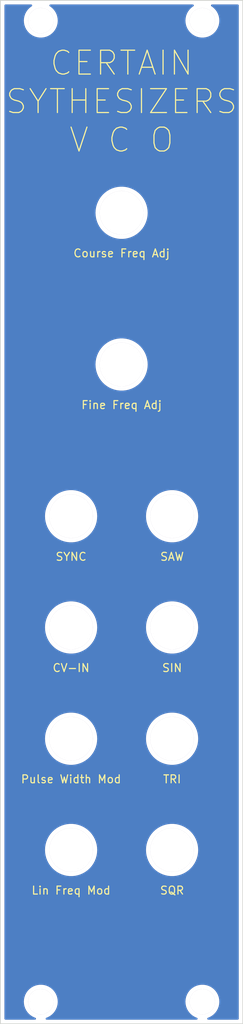
<source format=kicad_pcb>
(kicad_pcb (version 20211014) (generator pcbnew)

  (general
    (thickness 1.6)
  )

  (paper "A4")
  (layers
    (0 "F.Cu" signal)
    (31 "B.Cu" signal)
    (32 "B.Adhes" user "B.Adhesive")
    (33 "F.Adhes" user "F.Adhesive")
    (34 "B.Paste" user)
    (35 "F.Paste" user)
    (36 "B.SilkS" user "B.Silkscreen")
    (37 "F.SilkS" user "F.Silkscreen")
    (38 "B.Mask" user)
    (39 "F.Mask" user)
    (40 "Dwgs.User" user "User.Drawings")
    (41 "Cmts.User" user "User.Comments")
    (42 "Eco1.User" user "User.Eco1")
    (43 "Eco2.User" user "User.Eco2")
    (44 "Edge.Cuts" user)
    (45 "Margin" user)
    (46 "B.CrtYd" user "B.Courtyard")
    (47 "F.CrtYd" user "F.Courtyard")
    (48 "B.Fab" user)
    (49 "F.Fab" user)
    (50 "User.1" user)
    (51 "User.2" user)
    (52 "User.3" user)
    (53 "User.4" user)
    (54 "User.5" user)
    (55 "User.6" user)
    (56 "User.7" user)
    (57 "User.8" user)
    (58 "User.9" user)
  )

  (setup
    (stackup
      (layer "F.SilkS" (type "Top Silk Screen"))
      (layer "F.Paste" (type "Top Solder Paste"))
      (layer "F.Mask" (type "Top Solder Mask") (thickness 0.01))
      (layer "F.Cu" (type "copper") (thickness 0.035))
      (layer "dielectric 1" (type "core") (thickness 1.51) (material "FR4") (epsilon_r 4.5) (loss_tangent 0.02))
      (layer "B.Cu" (type "copper") (thickness 0.035))
      (layer "B.Mask" (type "Bottom Solder Mask") (thickness 0.01))
      (layer "B.Paste" (type "Bottom Solder Paste"))
      (layer "B.SilkS" (type "Bottom Silk Screen"))
      (copper_finish "None")
      (dielectric_constraints no)
    )
    (pad_to_mask_clearance 0)
    (pcbplotparams
      (layerselection 0x00010fc_ffffffff)
      (disableapertmacros false)
      (usegerberextensions false)
      (usegerberattributes true)
      (usegerberadvancedattributes true)
      (creategerberjobfile true)
      (svguseinch false)
      (svgprecision 6)
      (excludeedgelayer true)
      (plotframeref false)
      (viasonmask false)
      (mode 1)
      (useauxorigin false)
      (hpglpennumber 1)
      (hpglpenspeed 20)
      (hpglpendiameter 15.000000)
      (dxfpolygonmode true)
      (dxfimperialunits true)
      (dxfusepcbnewfont true)
      (psnegative false)
      (psa4output false)
      (plotreference true)
      (plotvalue true)
      (plotinvisibletext false)
      (sketchpadsonfab false)
      (subtractmaskfromsilk false)
      (outputformat 1)
      (mirror false)
      (drillshape 0)
      (scaleselection 1)
      (outputdirectory "")
    )
  )

  (net 0 "")

  (gr_rect (start 57.15 30.48) (end 87.63 158.98) (layer "Edge.Cuts") (width 0.1) (fill none) (tstamp 0adb6a48-dd1a-4422-9108-c88e37afc1f9))
  (gr_text "TRI" (at 78.74 128.27) (layer "F.SilkS") (tstamp 09d2e382-0429-424b-9c99-3aa19c43c9f1)
    (effects (font (size 1 1) (thickness 0.15)))
  )
  (gr_text "Pulse Width Mod" (at 66.04 128.27) (layer "F.SilkS") (tstamp 1526d448-a7ed-451f-b52d-89eb61ff1e3f)
    (effects (font (size 1 1) (thickness 0.15)))
  )
  (gr_text "CERTAIN\nSYTHESIZERS\nV C O" (at 72.39 43.18) (layer "F.SilkS") (tstamp 64c2915e-660c-4d63-b5f6-3b43632cedd7)
    (effects (font (size 3 3) (thickness 0.15)))
  )
  (gr_text "SAW" (at 78.74 100.33) (layer "F.SilkS") (tstamp 66d58aa9-ba0a-4657-a98c-f2d0759f12d1)
    (effects (font (size 1 1) (thickness 0.15)))
  )
  (gr_text "SYNC" (at 66.04 100.33) (layer "F.SilkS") (tstamp ad2d0e50-8da5-4de9-8a31-570af9620a25)
    (effects (font (size 1 1) (thickness 0.15)))
  )
  (gr_text "Fine Freq Adj" (at 72.39 81.28) (layer "F.SilkS") (tstamp aee37d26-3fa5-41a0-aab8-0553b41ab36e)
    (effects (font (size 1 1) (thickness 0.15)))
  )
  (gr_text "CV-IN" (at 66.04 114.3) (layer "F.SilkS") (tstamp c41b201a-e292-4dc4-a4e5-24072e5a38b2)
    (effects (font (size 1 1) (thickness 0.15)))
  )
  (gr_text "SQR" (at 78.74 142.24) (layer "F.SilkS") (tstamp d7843de4-9a19-4324-b9aa-4803f15d61d6)
    (effects (font (size 1 1) (thickness 0.15)))
  )
  (gr_text "Lin Freq Mod" (at 66.04 142.24) (layer "F.SilkS") (tstamp e00b4394-4bb4-49f6-92f5-e903bc86f450)
    (effects (font (size 1 1) (thickness 0.15)))
  )
  (gr_text "Course Freq Adj" (at 72.39 62.23) (layer "F.SilkS") (tstamp edbe22e8-775c-4a46-954a-c4b83d428b05)
    (effects (font (size 1 1) (thickness 0.15)))
  )
  (gr_text "SIN" (at 78.74 114.3) (layer "F.SilkS") (tstamp f4346591-bc80-4285-9c50-2aba02b04b62)
    (effects (font (size 1 1) (thickness 0.15)))
  )

  (via (at 66.04 137.16) (size 5.5) (drill 5.5) (layers "F.Cu" "B.Cu") (free) (net 0) (tstamp 0a3b0044-cd8b-4c86-98e6-54eea76771bc))
  (via (at 82.55 156.21) (size 3.2) (drill 3.2) (layers "F.Cu" "B.Cu") (free) (net 0) (tstamp 1ac650b6-bbe1-4813-97c3-e13fea50623b))
  (via (at 78.74 109.22) (size 5.5) (drill 5.5) (layers "F.Cu" "B.Cu") (free) (net 0) (tstamp 2b8f14b9-e726-42c8-b309-6d8b023c2358))
  (via (at 78.74 123.19) (size 5.5) (drill 5.5) (layers "F.Cu" "B.Cu") (free) (net 0) (tstamp 32fe5691-be1e-4330-8d8c-35986034ae5a))
  (via (at 78.74 137.16) (size 5.5) (drill 5.5) (layers "F.Cu" "B.Cu") (free) (net 0) (tstamp 3990278c-bd05-4518-a929-4ea49548fa86))
  (via (at 72.39 76.2) (size 5.5) (drill 5.5) (layers "F.Cu" "B.Cu") (free) (net 0) (tstamp 5c9934af-8e93-47db-9a6e-c79365394f73))
  (via (at 72.39 57.15) (size 5.5) (drill 5.5) (layers "F.Cu" "B.Cu") (free) (net 0) (tstamp 6a9b75d6-b7de-4943-9de5-35d896ccc57f))
  (via (at 78.74 95.25) (size 5.5) (drill 5.5) (layers "F.Cu" "B.Cu") (free) (net 0) (tstamp 6ad6e2fa-5b26-4d3d-9965-3bf74f5b0e7a))
  (via (at 82.55 33.02) (size 3.2) (drill 3.2) (layers "F.Cu" "B.Cu") (free) (net 0) (tstamp 84e5962b-2c18-4f27-8b81-debeaca32136))
  (via (at 66.04 95.25) (size 5.5) (drill 5.5) (layers "F.Cu" "B.Cu") (free) (net 0) (tstamp 8d66a883-eb43-40f9-8726-4549a0524034))
  (via (at 66.04 123.19) (size 5.5) (drill 5.5) (layers "F.Cu" "B.Cu") (free) (net 0) (tstamp 9236d330-a3a5-4e33-8709-299034f04d93))
  (via (at 66.04 109.22) (size 5.5) (drill 5.5) (layers "F.Cu" "B.Cu") (free) (net 0) (tstamp a9349f91-0054-4142-944e-4e918309e30f))
  (via (at 62.23 33.02) (size 3.2) (drill 3.2) (layers "F.Cu" "B.Cu") (free) (net 0) (tstamp ca4f1651-6815-446b-8851-58d050565c5c))
  (via (at 62.23 156.21) (size 3.2) (drill 3.2) (layers "F.Cu" "B.Cu") (free) (net 0) (tstamp f7e56801-6f71-4860-8e97-a9a4bf6c74d9))

  (zone (net 0) (net_name "") (layers F&B.Cu) (tstamp bee49982-00f8-424a-9178-11424e14b3a2) (hatch edge 0.508)
    (connect_pads (clearance 0.508))
    (min_thickness 0.254) (filled_areas_thickness no)
    (fill yes (thermal_gap 0.508) (thermal_bridge_width 0.508))
    (polygon
      (pts
        (xy 87.65 158.98)
        (xy 57.15 158.98)
        (xy 57.15 30.48)
        (xy 87.63 30.48)
      )
    )
    (filled_polygon
      (layer "F.Cu")
      (island)
      (pts
        (xy 61.09181 31.008502)
        (xy 61.138303 31.062158)
        (xy 61.148407 31.132432)
        (xy 61.118913 31.197012)
        (xy 61.088395 31.222616)
        (xy 61.016079 31.265896)
        (xy 61.016075 31.265899)
        (xy 61.012397 31.2681)
        (xy 60.785903 31.449556)
        (xy 60.782959 31.452658)
        (xy 60.782955 31.452662)
        (xy 60.774048 31.462048)
        (xy 60.58613 31.660072)
        (xy 60.416776 31.895754)
        (xy 60.280975 32.152238)
        (xy 60.279503 32.156261)
        (xy 60.279501 32.156265)
        (xy 60.27201 32.176736)
        (xy 60.181238 32.42478)
        (xy 60.119413 32.708336)
        (xy 60.096643 32.997659)
        (xy 60.113349 33.287395)
        (xy 60.114174 33.2916)
        (xy 60.114175 33.291608)
        (xy 60.125528 33.349472)
        (xy 60.169222 33.572184)
        (xy 60.170609 33.576234)
        (xy 60.17061 33.576239)
        (xy 60.26184 33.842698)
        (xy 60.263229 33.846754)
        (xy 60.393629 34.106027)
        (xy 60.55801 34.345203)
        (xy 60.753331 34.559857)
        (xy 60.75662 34.562607)
        (xy 60.972683 34.743265)
        (xy 60.972688 34.743269)
        (xy 60.975975 34.746017)
        (xy 61.033187 34.781906)
        (xy 61.218185 34.897955)
        (xy 61.218189 34.897957)
        (xy 61.221825 34.900238)
        (xy 61.225735 34.902003)
        (xy 61.225736 34.902004)
        (xy 61.482419 35.017901)
        (xy 61.482423 35.017903)
        (xy 61.486331 35.019667)
        (xy 61.490451 35.020887)
        (xy 61.49045 35.020887)
        (xy 61.760484 35.100875)
        (xy 61.760488 35.100876)
        (xy 61.764597 35.102093)
        (xy 61.768834 35.102741)
        (xy 61.768837 35.102742)
        (xy 62.0095 35.139569)
        (xy 62.051475 35.145992)
        (xy 62.199275 35.148314)
        (xy 62.337366 35.150483)
        (xy 62.337372 35.150483)
        (xy 62.341657 35.15055)
        (xy 62.629773 35.115684)
        (xy 62.910491 35.042039)
        (xy 63.178618 34.930978)
        (xy 63.42919 34.784555)
        (xy 63.657573 34.60548)
        (xy 63.859539 34.397067)
        (xy 64.031352 34.163173)
        (xy 64.169832 33.908124)
        (xy 64.272416 33.636642)
        (xy 64.337207 33.353749)
        (xy 64.363006 33.06468)
        (xy 64.363474 33.02)
        (xy 64.343735 32.730454)
        (xy 64.284882 32.446267)
        (xy 64.188006 32.172695)
        (xy 64.054897 31.914803)
        (xy 63.888021 31.677361)
        (xy 63.690463 31.464764)
        (xy 63.465881 31.280946)
        (xy 63.369579 31.221932)
        (xy 63.321949 31.169285)
        (xy 63.310342 31.099244)
        (xy 63.338445 31.034046)
        (xy 63.397335 30.994392)
        (xy 63.435415 30.9885)
        (xy 81.343689 30.9885)
        (xy 81.41181 31.008502)
        (xy 81.458303 31.062158)
        (xy 81.468407 31.132432)
        (xy 81.438913 31.197012)
        (xy 81.408395 31.222616)
        (xy 81.336079 31.265896)
        (xy 81.336075 31.265899)
        (xy 81.332397 31.2681)
        (xy 81.105903 31.449556)
        (xy 81.102959 31.452658)
        (xy 81.102955 31.452662)
        (xy 81.094048 31.462048)
        (xy 80.90613 31.660072)
        (xy 80.736776 31.895754)
        (xy 80.600975 32.152238)
        (xy 80.599503 32.156261)
        (xy 80.599501 32.156265)
        (xy 80.59201 32.176736)
        (xy 80.501238 32.42478)
        (xy 80.439413 32.708336)
        (xy 80.416643 32.997659)
        (xy 80.433349 33.287395)
        (xy 80.434174 33.2916)
        (xy 80.434175 33.291608)
        (xy 80.445528 33.349472)
        (xy 80.489222 33.572184)
        (xy 80.490609 33.576234)
        (xy 80.49061 33.576239)
        (xy 80.58184 33.842698)
        (xy 80.583229 33.846754)
        (xy 80.713629 34.106027)
        (xy 80.87801 34.345203)
        (xy 81.073331 34.559857)
        (xy 81.07662 34.562607)
        (xy 81.292683 34.743265)
        (xy 81.292688 34.743269)
        (xy 81.295975 34.746017)
        (xy 81.353187 34.781906)
        (xy 81.538185 34.897955)
        (xy 81.538189 34.897957)
        (xy 81.541825 34.900238)
        (xy 81.545735 34.902003)
        (xy 81.545736 34.902004)
        (xy 81.802419 35.017901)
        (xy 81.802423 35.017903)
        (xy 81.806331 35.019667)
        (xy 81.810451 35.020887)
        (xy 81.81045 35.020887)
        (xy 82.080484 35.100875)
        (xy 82.080488 35.100876)
        (xy 82.084597 35.102093)
        (xy 82.088834 35.102741)
        (xy 82.088837 35.102742)
        (xy 82.3295 35.139569)
        (xy 82.371475 35.145992)
        (xy 82.519275 35.148314)
        (xy 82.657366 35.150483)
        (xy 82.657372 35.150483)
        (xy 82.661657 35.15055)
        (xy 82.949773 35.115684)
        (xy 83.230491 35.042039)
        (xy 83.498618 34.930978)
        (xy 83.74919 34.784555)
        (xy 83.977573 34.60548)
        (xy 84.179539 34.397067)
        (xy 84.351352 34.163173)
        (xy 84.489832 33.908124)
        (xy 84.592416 33.636642)
        (xy 84.657207 33.353749)
        (xy 84.683006 33.06468)
        (xy 84.683474 33.02)
        (xy 84.663735 32.730454)
        (xy 84.604882 32.446267)
        (xy 84.508006 32.172695)
        (xy 84.374897 31.914803)
        (xy 84.208021 31.677361)
        (xy 84.010463 31.464764)
        (xy 83.785881 31.280946)
        (xy 83.689579 31.221932)
        (xy 83.641949 31.169285)
        (xy 83.630342 31.099244)
        (xy 83.658445 31.034046)
        (xy 83.717335 30.994392)
        (xy 83.755415 30.9885)
        (xy 86.9955 30.9885)
        (xy 87.063621 31.008502)
        (xy 87.110114 31.062158)
        (xy 87.1215 31.1145)
        (xy 87.1215 158.3455)
        (xy 87.101498 158.413621)
        (xy 87.047842 158.460114)
        (xy 86.9955 158.4715)
        (xy 83.285826 158.4715)
        (xy 83.217705 158.451498)
        (xy 83.171212 158.397842)
        (xy 83.161108 158.327568)
        (xy 83.190602 158.262988)
        (xy 83.237608 158.229091)
        (xy 83.498618 158.120978)
        (xy 83.74919 157.974555)
        (xy 83.977573 157.79548)
        (xy 84.179539 157.587067)
        (xy 84.351352 157.353173)
        (xy 84.489832 157.098124)
        (xy 84.592416 156.826642)
        (xy 84.657207 156.543749)
        (xy 84.683006 156.25468)
        (xy 84.683474 156.21)
        (xy 84.663735 155.920454)
        (xy 84.604882 155.636267)
        (xy 84.508006 155.362695)
        (xy 84.374897 155.104803)
        (xy 84.208021 154.867361)
        (xy 84.010463 154.654764)
        (xy 83.785881 154.470946)
        (xy 83.53843 154.319308)
        (xy 83.520106 154.311264)
        (xy 83.276625 154.204383)
        (xy 83.272689 154.202655)
        (xy 82.993574 154.123148)
        (xy 82.706252 154.082255)
        (xy 82.553879 154.081457)
        (xy 82.420324 154.080758)
        (xy 82.420318 154.080758)
        (xy 82.416038 154.080736)
        (xy 82.411794 154.081295)
        (xy 82.41179 154.081295)
        (xy 82.285166 154.097966)
        (xy 82.128303 154.118617)
        (xy 82.124163 154.11975)
        (xy 82.124161 154.11975)
        (xy 82.107449 154.124322)
        (xy 81.848372 154.195198)
        (xy 81.581423 154.309061)
        (xy 81.577742 154.311264)
        (xy 81.336079 154.455896)
        (xy 81.336075 154.455899)
        (xy 81.332397 154.4581)
        (xy 81.105903 154.639556)
        (xy 81.102959 154.642658)
        (xy 81.102955 154.642662)
        (xy 81.094048 154.652048)
        (xy 80.90613 154.850072)
        (xy 80.736776 155.085754)
        (xy 80.600975 155.342238)
        (xy 80.599503 155.346261)
        (xy 80.599501 155.346265)
        (xy 80.59201 155.366736)
        (xy 80.501238 155.61478)
        (xy 80.439413 155.898336)
        (xy 80.416643 156.187659)
        (xy 80.433349 156.477395)
        (xy 80.434174 156.4816)
        (xy 80.434175 156.481608)
        (xy 80.445528 156.539472)
        (xy 80.489222 156.762184)
        (xy 80.490609 156.766234)
        (xy 80.49061 156.766239)
        (xy 80.58184 157.032698)
        (xy 80.583229 157.036754)
        (xy 80.713629 157.296027)
        (xy 80.87801 157.535203)
        (xy 81.073331 157.749857)
        (xy 81.07662 157.752607)
        (xy 81.292683 157.933265)
        (xy 81.292688 157.933269)
        (xy 81.295975 157.936017)
        (xy 81.353187 157.971906)
        (xy 81.538185 158.087955)
        (xy 81.538189 158.087957)
        (xy 81.541825 158.090238)
        (xy 81.545735 158.092003)
        (xy 81.545736 158.092004)
        (xy 81.802419 158.207901)
        (xy 81.802423 158.207903)
        (xy 81.806331 158.209667)
        (xy 81.810451 158.210887)
        (xy 81.81045 158.210887)
        (xy 81.857045 158.224689)
        (xy 81.916679 158.263214)
        (xy 81.946019 158.327865)
        (xy 81.935748 158.398115)
        (xy 81.889128 158.45166)
        (xy 81.821259 158.4715)
        (xy 62.965826 158.4715)
        (xy 62.897705 158.451498)
        (xy 62.851212 158.397842)
        (xy 62.841108 158.327568)
        (xy 62.870602 158.262988)
        (xy 62.917608 158.229091)
        (xy 63.178618 158.120978)
        (xy 63.42919 157.974555)
        (xy 63.657573 157.79548)
        (xy 63.859539 157.587067)
        (xy 64.031352 157.353173)
        (xy 64.169832 157.098124)
        (xy 64.272416 156.826642)
        (xy 64.337207 156.543749)
        (xy 64.363006 156.25468)
        (xy 64.363474 156.21)
        (xy 64.343735 155.920454)
        (xy 64.284882 155.636267)
        (xy 64.188006 155.362695)
        (xy 64.054897 155.104803)
        (xy 63.888021 154.867361)
        (xy 63.690463 154.654764)
        (xy 63.465881 154.470946)
        (xy 63.21843 154.319308)
        (xy 63.200106 154.311264)
        (xy 62.956625 154.204383)
        (xy 62.952689 154.202655)
        (xy 62.673574 154.123148)
        (xy 62.386252 154.082255)
        (xy 62.233879 154.081457)
        (xy 62.100324 154.080758)
        (xy 62.100318 154.080758)
        (xy 62.096038 154.080736)
        (xy 62.091794 154.081295)
        (xy 62.09179 154.081295)
        (xy 61.965166 154.097966)
        (xy 61.808303 154.118617)
        (xy 61.804163 154.11975)
        (xy 61.804161 154.11975)
        (xy 61.787449 154.124322)
        (xy 61.528372 154.195198)
        (xy 61.261423 154.309061)
        (xy 61.257742 154.311264)
        (xy 61.016079 154.455896)
        (xy 61.016075 154.455899)
        (xy 61.012397 154.4581)
        (xy 60.785903 154.639556)
        (xy 60.782959 154.642658)
        (xy 60.782955 154.642662)
        (xy 60.774048 154.652048)
        (xy 60.58613 154.850072)
        (xy 60.416776 155.085754)
        (xy 60.280975 155.342238)
        (xy 60.279503 155.346261)
        (xy 60.279501 155.346265)
        (xy 60.27201 155.366736)
        (xy 60.181238 155.61478)
        (xy 60.119413 155.898336)
        (xy 60.096643 156.187659)
        (xy 60.113349 156.477395)
        (xy 60.114174 156.4816)
        (xy 60.114175 156.481608)
        (xy 60.125528 156.539472)
        (xy 60.169222 156.762184)
        (xy 60.170609 156.766234)
        (xy 60.17061 156.766239)
        (xy 60.26184 157.032698)
        (xy 60.263229 157.036754)
        (xy 60.393629 157.296027)
        (xy 60.55801 157.535203)
        (xy 60.753331 157.749857)
        (xy 60.75662 157.752607)
        (xy 60.972683 157.933265)
        (xy 60.972688 157.933269)
        (xy 60.975975 157.936017)
        (xy 61.033187 157.971906)
        (xy 61.218185 158.087955)
        (xy 61.218189 158.087957)
        (xy 61.221825 158.090238)
        (xy 61.225735 158.092003)
        (xy 61.225736 158.092004)
        (xy 61.482419 158.207901)
        (xy 61.482423 158.207903)
        (xy 61.486331 158.209667)
        (xy 61.490451 158.210887)
        (xy 61.49045 158.210887)
        (xy 61.537045 158.224689)
        (xy 61.596679 158.263214)
        (xy 61.626019 158.327865)
        (xy 61.615748 158.398115)
        (xy 61.569128 158.45166)
        (xy 61.501259 158.4715)
        (xy 57.7845 158.4715)
        (xy 57.716379 158.451498)
        (xy 57.669886 158.397842)
        (xy 57.6585 158.3455)
        (xy 57.6585 137.148539)
        (xy 62.756705 137.148539)
        (xy 62.774671 137.5032)
        (xy 62.775208 137.506555)
        (xy 62.775209 137.506561)
        (xy 62.780145 137.537375)
        (xy 62.830836 137.853846)
        (xy 62.924541 138.196375)
        (xy 63.054691 138.526781)
        (xy 63.056274 138.529796)
        (xy 63.21818 138.838182)
        (xy 63.218185 138.83819)
        (xy 63.219764 138.841198)
        (xy 63.417828 139.135948)
        (xy 63.646566 139.407584)
        (xy 63.67511 139.434861)
        (xy 63.90084 139.650574)
        (xy 63.900847 139.65058)
        (xy 63.903303 139.652927)
        (xy 64.185035 139.869108)
        (xy 64.216739 139.888384)
        (xy 64.485552 140.051825)
        (xy 64.485557 140.051828)
        (xy 64.488467 140.053597)
        (xy 64.491555 140.055043)
        (xy 64.491554 140.055043)
        (xy 64.806965 140.202793)
        (xy 64.806975 140.202797)
        (xy 64.810049 140.204237)
        (xy 64.813267 140.205339)
        (xy 64.81327 140.20534)
        (xy 65.142795 140.318162)
        (xy 65.142803 140.318164)
        (xy 65.146018 140.319265)
        (xy 65.492446 140.397336)
        (xy 65.572733 140.406483)
        (xy 65.841895 140.437151)
        (xy 65.841903 140.437151)
        (xy 65.845278 140.437536)
        (xy 65.848682 140.437554)
        (xy 65.848685 140.437554)
        (xy 66.041222 140.438562)
        (xy 66.200389 140.439395)
        (xy 66.203775 140.439045)
        (xy 66.203777 140.439045)
        (xy 66.550232 140.403243)
        (xy 66.550241 140.403242)
        (xy 66.553624 140.402892)
        (xy 66.556957 140.402178)
        (xy 66.55696 140.402177)
        (xy 66.72789 140.365533)
        (xy 66.90085 140.328453)
        (xy 67.238005 140.21695)
        (xy 67.561147 140.069686)
        (xy 67.654378 140.014329)
        (xy 67.863549 139.890133)
        (xy 67.863554 139.89013)
        (xy 67.866494 139.888384)
        (xy 67.889805 139.870882)
        (xy 68.147737 139.67722)
        (xy 68.150474 139.675165)
        (xy 68.409766 139.432524)
        (xy 68.641336 139.163299)
        (xy 68.746936 139.00965)
        (xy 68.840546 138.873448)
        (xy 68.840551 138.873441)
        (xy 68.842476 138.870639)
        (xy 68.844088 138.867645)
        (xy 68.844093 138.867637)
        (xy 69.00921 138.56098)
        (xy 69.010832 138.557968)
        (xy 69.144435 138.228943)
        (xy 69.241723 137.887414)
        (xy 69.301556 137.537375)
        (xy 69.303647 137.5032)
        (xy 69.323125 137.184719)
        (xy 69.323235 137.182922)
        (xy 69.323315 137.16)
        (xy 69.322694 137.148539)
        (xy 75.456705 137.148539)
        (xy 75.474671 137.5032)
        (xy 75.475208 137.506555)
        (xy 75.475209 137.506561)
        (xy 75.480145 137.537375)
        (xy 75.530836 137.853846)
        (xy 75.624541 138.196375)
        (xy 75.754691 138.526781)
        (xy 75.756274 138.529796)
        (xy 75.91818 138.838182)
        (xy 75.918185 138.83819)
        (xy 75.919764 138.841198)
        (xy 76.117828 139.135948)
        (xy 76.346566 139.407584)
        (xy 76.37511 139.434861)
        (xy 76.60084 139.650574)
        (xy 76.600847 139.65058)
        (xy 76.603303 139.652927)
        (xy 76.885035 139.869108)
        (xy 76.916739 139.888384)
        (xy 77.185552 140.051825)
        (xy 77.185557 140.051828)
        (xy 77.188467 140.053597)
        (xy 77.191555 140.055043)
        (xy 77.191554 140.055043)
        (xy 77.506965 140.202793)
        (xy 77.506975 140.202797)
        (xy 77.510049 140.204237)
        (xy 77.513267 140.205339)
        (xy 77.51327 140.20534)
        (xy 77.842795 140.318162)
        (xy 77.842803 140.318164)
        (xy 77.846018 140.319265)
        (xy 78.192446 140.397336)
        (xy 78.272733 140.406483)
        (xy 78.541895 140.437151)
        (xy 78.541903 140.437151)
        (xy 78.545278 140.437536)
        (xy 78.548682 140.437554)
        (xy 78.548685 140.437554)
        (xy 78.741222 140.438562)
        (xy 78.900389 140.439395)
        (xy 78.903775 140.439045)
        (xy 78.903777 140.439045)
        (xy 79.250232 140.403243)
        (xy 79.250241 140.403242)
        (xy 79.253624 140.402892)
        (xy 79.256957 140.402178)
        (xy 79.25696 140.402177)
        (xy 79.42789 140.365533)
        (xy 79.60085 140.328453)
        (xy 79.938005 140.21695)
        (xy 80.261147 140.069686)
        (xy 80.354378 140.014329)
        (xy 80.563549 139.890133)
        (xy 80.563554 139.89013)
        (xy 80.566494 139.888384)
        (xy 80.589805 139.870882)
        (xy 80.847737 139.67722)
        (xy 80.850474 139.675165)
        (xy 81.109766 139.432524)
        (xy 81.341336 139.163299)
        (xy 81.446936 139.00965)
        (xy 81.540546 138.873448)
        (xy 81.540551 138.873441)
        (xy 81.542476 138.870639)
        (xy 81.544088 138.867645)
        (xy 81.544093 138.867637)
        (xy 81.70921 138.56098)
        (xy 81.710832 138.557968)
        (xy 81.844435 138.228943)
        (xy 81.941723 137.887414)
        (xy 82.001556 137.537375)
        (xy 82.003647 137.5032)
        (xy 82.023125 137.184719)
        (xy 82.023235 137.182922)
        (xy 82.023315 137.16)
        (xy 82.004111 136.805404)
        (xy 81.946723 136.454956)
        (xy 81.851822 136.112756)
        (xy 81.848809 136.105183)
        (xy 81.721778 135.785971)
        (xy 81.720519 135.782807)
        (xy 81.690188 135.725522)
        (xy 81.555949 135.471987)
        (xy 81.555945 135.47198)
        (xy 81.55435 135.468968)
        (xy 81.355259 135.174911)
        (xy 81.125574 134.904075)
        (xy 80.867982 134.65963)
        (xy 80.585497 134.444434)
        (xy 80.582585 134.442677)
        (xy 80.58258 134.442674)
        (xy 80.284345 134.262767)
        (xy 80.284336 134.262762)
        (xy 80.281423 134.261005)
        (xy 80.278333 134.259571)
        (xy 80.278328 134.259568)
        (xy 79.962414 134.112926)
        (xy 79.962412 134.112925)
        (xy 79.959318 134.111489)
        (xy 79.956083 134.110394)
        (xy 79.956078 134.110392)
        (xy 79.626183 133.998729)
        (xy 79.622948 133.997634)
        (xy 79.614022 133.995655)
        (xy 79.57071 133.986053)
        (xy 79.276251 133.920773)
        (xy 79.150411 133.90688)
        (xy 78.926661 133.882177)
        (xy 78.926656 133.882177)
        (xy 78.92328 133.881804)
        (xy 78.919881 133.881798)
        (xy 78.91988 133.881798)
        (xy 78.751706 133.881505)
        (xy 78.568165 133.881185)
        (xy 78.436062 133.895303)
        (xy 78.218444 133.918559)
        (xy 78.218438 133.91856)
        (xy 78.21506 133.918921)
        (xy 78.211737 133.919645)
        (xy 78.211734 133.919646)
        (xy 78.203167 133.921514)
        (xy 77.868096 133.994571)
        (xy 77.531331 134.107251)
        (xy 77.208706 134.255642)
        (xy 77.205772 134.257398)
        (xy 77.20577 134.257399)
        (xy 76.906922 134.436256)
        (xy 76.906914 134.436262)
        (xy 76.903994 134.438009)
        (xy 76.620759 134.652217)
        (xy 76.618277 134.654556)
        (xy 76.618271 134.654561)
        (xy 76.610408 134.661971)
        (xy 76.362316 134.895762)
        (xy 76.131687 135.165794)
        (xy 75.93157 135.459154)
        (xy 75.764306 135.772411)
        (xy 75.631852 136.1019)
        (xy 75.63093 136.10518)
        (xy 75.630929 136.105183)
        (xy 75.627875 136.11605)
        (xy 75.535758 136.443767)
        (xy 75.477147 136.794012)
        (xy 75.456705 137.148539)
        (xy 69.322694 137.148539)
        (xy 69.304111 136.805404)
        (xy 69.246723 136.454956)
        (xy 69.151822 136.112756)
        (xy 69.148809 136.105183)
        (xy 69.021778 135.785971)
        (xy 69.020519 135.782807)
        (xy 68.990188 135.725522)
        (xy 68.855949 135.471987)
        (xy 68.855945 135.47198)
        (xy 68.85435 135.468968)
        (xy 68.655259 135.174911)
        (xy 68.425574 134.904075)
        (xy 68.167982 134.65963)
        (xy 67.885497 134.444434)
        (xy 67.882585 134.442677)
        (xy 67.88258 134.442674)
        (xy 67.584345 134.262767)
        (xy 67.584336 134.262762)
        (xy 67.581423 134.261005)
        (xy 67.578333 134.259571)
        (xy 67.578328 134.259568)
        (xy 67.262414 134.112926)
        (xy 67.262412 134.112925)
        (xy 67.259318 134.111489)
        (xy 67.256083 134.110394)
        (xy 67.256078 134.110392)
        (xy 66.926183 133.998729)
        (xy 66.922948 133.997634)
        (xy 66.914022 133.995655)
        (xy 66.87071 133.986053)
        (xy 66.576251 133.920773)
        (xy 66.450411 133.90688)
        (xy 66.226661 133.882177)
        (xy 66.226656 133.882177)
        (xy 66.22328 133.881804)
        (xy 66.219881 133.881798)
        (xy 66.21988 133.881798)
        (xy 66.051706 133.881505)
        (xy 65.868165 133.881185)
        (xy 65.736062 133.895303)
        (xy 65.518444 133.918559)
        (xy 65.518438 133.91856)
        (xy 65.51506 133.918921)
        (xy 65.511737 133.919645)
        (xy 65.511734 133.919646)
        (xy 65.503167 133.921514)
        (xy 65.168096 133.994571)
        (xy 64.831331 134.107251)
        (xy 64.508706 134.255642)
        (xy 64.505772 134.257398)
        (xy 64.50577 134.257399)
        (xy 64.206922 134.436256)
        (xy 64.206914 134.436262)
        (xy 64.203994 134.438009)
        (xy 63.920759 134.652217)
        (xy 63.918277 134.654556)
        (xy 63.918271 134.654561)
        (xy 63.910408 134.661971)
        (xy 63.662316 134.895762)
        (xy 63.431687 135.165794)
        (xy 63.23157 135.459154)
        (xy 63.064306 135.772411)
        (xy 62.931852 136.1019)
        (xy 62.93093 136.10518)
        (xy 62.930929 136.105183)
        (xy 62.927875 136.11605)
        (xy 62.835758 136.443767)
        (xy 62.777147 136.794012)
        (xy 62.756705 137.148539)
        (xy 57.6585 137.148539)
        (xy 57.6585 123.178539)
        (xy 62.756705 123.178539)
        (xy 62.774671 123.5332)
        (xy 62.775208 123.536555)
        (xy 62.775209 123.536561)
        (xy 62.780145 123.567375)
        (xy 62.830836 123.883846)
        (xy 62.924541 124.226375)
        (xy 63.054691 124.556781)
        (xy 63.056274 124.559796)
        (xy 63.21818 124.868182)
        (xy 63.218185 124.86819)
        (xy 63.219764 124.871198)
        (xy 63.417828 125.165948)
        (xy 63.646566 125.437584)
        (xy 63.67511 125.464861)
        (xy 63.90084 125.680574)
        (xy 63.900847 125.68058)
        (xy 63.903303 125.682927)
        (xy 64.185035 125.899108)
        (xy 64.216739 125.918384)
        (xy 64.485552 126.081825)
        (xy 64.485557 126.081828)
        (xy 64.488467 126.083597)
        (xy 64.491555 126.085043)
        (xy 64.491554 126.085043)
        (xy 64.806965 126.232793)
        (xy 64.806975 126.232797)
        (xy 64.810049 126.234237)
        (xy 64.813267 126.235339)
        (xy 64.81327 126.23534)
        (xy 65.142795 126.348162)
        (xy 65.142803 126.348164)
        (xy 65.146018 126.349265)
        (xy 65.492446 126.427336)
        (xy 65.572733 126.436483)
        (xy 65.841895 126.467151)
        (xy 65.841903 126.467151)
        (xy 65.845278 126.467536)
        (xy 65.848682 126.467554)
        (xy 65.848685 126.467554)
        (xy 66.041222 126.468562)
        (xy 66.200389 126.469395)
        (xy 66.203775 126.469045)
        (xy 66.203777 126.469045)
        (xy 66.550232 126.433243)
        (xy 66.550241 126.433242)
        (xy 66.553624 126.432892)
        (xy 66.556957 126.432178)
        (xy 66.55696 126.432177)
        (xy 66.72789 126.395533)
        (xy 66.90085 126.358453)
        (xy 67.238005 126.24695)
        (xy 67.561147 126.099686)
        (xy 67.654378 126.044329)
        (xy 67.863549 125.920133)
        (xy 67.863554 125.92013)
        (xy 67.866494 125.918384)
        (xy 67.889805 125.900882)
        (xy 68.147737 125.70722)
        (xy 68.150474 125.705165)
        (xy 68.409766 125.462524)
        (xy 68.641336 125.193299)
        (xy 68.746936 125.03965)
        (xy 68.840546 124.903448)
        (xy 68.840551 124.903441)
        (xy 68.842476 124.900639)
        (xy 68.844088 124.897645)
        (xy 68.844093 124.897637)
        (xy 69.00921 124.59098)
        (xy 69.010832 124.587968)
        (xy 69.144435 124.258943)
        (xy 69.241723 123.917414)
        (xy 69.301556 123.567375)
        (xy 69.303647 123.5332)
        (xy 69.323125 123.214719)
        (xy 69.323235 123.212922)
        (xy 69.323315 123.19)
        (xy 69.322694 123.178539)
        (xy 75.456705 123.178539)
        (xy 75.474671 123.5332)
        (xy 75.475208 123.536555)
        (xy 75.475209 123.536561)
        (xy 75.480145 123.567375)
        (xy 75.530836 123.883846)
        (xy 75.624541 124.226375)
        (xy 75.754691 124.556781)
        (xy 75.756274 124.559796)
        (xy 75.91818 124.868182)
        (xy 75.918185 124.86819)
        (xy 75.919764 124.871198)
        (xy 76.117828 125.165948)
        (xy 76.346566 125.437584)
        (xy 76.37511 125.464861)
        (xy 76.60084 125.680574)
        (xy 76.600847 125.68058)
        (xy 76.603303 125.682927)
        (xy 76.885035 125.899108)
        (xy 76.916739 125.918384)
        (xy 77.185552 126.081825)
        (xy 77.185557 126.081828)
        (xy 77.188467 126.083597)
        (xy 77.191555 126.085043)
        (xy 77.191554 126.085043)
        (xy 77.506965 126.232793)
        (xy 77.506975 126.232797)
        (xy 77.510049 126.234237)
        (xy 77.513267 126.235339)
        (xy 77.51327 126.23534)
        (xy 77.842795 126.348162)
        (xy 77.842803 126.348164)
        (xy 77.846018 126.349265)
        (xy 78.192446 126.427336)
        (xy 78.272733 126.436483)
        (xy 78.541895 126.467151)
        (xy 78.541903 126.467151)
        (xy 78.545278 126.467536)
        (xy 78.548682 126.467554)
        (xy 78.548685 126.467554)
        (xy 78.741222 126.468562)
        (xy 78.900389 126.469395)
        (xy 78.903775 126.469045)
        (xy 78.903777 126.469045)
        (xy 79.250232 126.433243)
        (xy 79.250241 126.433242)
        (xy 79.253624 126.432892)
        (xy 79.256957 126.432178)
        (xy 79.25696 126.432177)
        (xy 79.42789 126.395533)
        (xy 79.60085 126.358453)
        (xy 79.938005 126.24695)
        (xy 80.261147 126.099686)
        (xy 80.354378 126.044329)
        (xy 80.563549 125.920133)
        (xy 80.563554 125.92013)
        (xy 80.566494 125.918384)
        (xy 80.589805 125.900882)
        (xy 80.847737 125.70722)
        (xy 80.850474 125.705165)
        (xy 81.109766 125.462524)
        (xy 81.341336 125.193299)
        (xy 81.446936 125.03965)
        (xy 81.540546 124.903448)
        (xy 81.540551 124.903441)
        (xy 81.542476 124.900639)
        (xy 81.544088 124.897645)
        (xy 81.544093 124.897637)
        (xy 81.70921 124.59098)
        (xy 81.710832 124.587968)
        (xy 81.844435 124.258943)
        (xy 81.941723 123.917414)
        (xy 82.001556 123.567375)
        (xy 82.003647 123.5332)
        (xy 82.023125 123.214719)
        (xy 82.023235 123.212922)
        (xy 82.023315 123.19)
        (xy 82.004111 122.835404)
        (xy 81.946723 122.484956)
        (xy 81.851822 122.142756)
        (xy 81.848809 122.135183)
        (xy 81.721778 121.815971)
        (xy 81.720519 121.812807)
        (xy 81.690188 121.755522)
        (xy 81.555949 121.501987)
        (xy 81.555945 121.50198)
        (xy 81.55435 121.498968)
        (xy 81.355259 121.204911)
        (xy 81.125574 120.934075)
        (xy 80.867982 120.68963)
        (xy 80.585497 120.474434)
        (xy 80.582585 120.472677)
        (xy 80.58258 120.472674)
        (xy 80.284345 120.292767)
        (xy 80.284336 120.292762)
        (xy 80.281423 120.291005)
        (xy 80.278333 120.289571)
        (xy 80.278328 120.289568)
        (xy 79.962414 120.142926)
        (xy 79.962412 120.142925)
        (xy 79.959318 120.141489)
        (xy 79.956083 120.140394)
        (xy 79.956078 120.140392)
        (xy 79.626183 120.028729)
        (xy 79.622948 120.027634)
        (xy 79.614022 120.025655)
        (xy 79.57071 120.016053)
        (xy 79.276251 119.950773)
        (xy 79.150411 119.93688)
        (xy 78.926661 119.912177)
        (xy 78.926656 119.912177)
        (xy 78.92328 119.911804)
        (xy 78.919881 119.911798)
        (xy 78.91988 119.911798)
        (xy 78.751706 119.911505)
        (xy 78.568165 119.911185)
        (xy 78.436062 119.925303)
        (xy 78.218444 119.948559)
        (xy 78.218438 119.94856)
        (xy 78.21506 119.948921)
        (xy 78.211737 119.949645)
        (xy 78.211734 119.949646)
        (xy 78.203167 119.951514)
        (xy 77.868096 120.024571)
        (xy 77.531331 120.137251)
        (xy 77.208706 120.285642)
        (xy 77.205772 120.287398)
        (xy 77.20577 120.287399)
        (xy 76.906922 120.466256)
        (xy 76.906914 120.466262)
        (xy 76.903994 120.468009)
        (xy 76.620759 120.682217)
        (xy 76.618277 120.684556)
        (xy 76.618271 120.684561)
        (xy 76.610408 120.691971)
        (xy 76.362316 120.925762)
        (xy 76.131687 121.195794)
        (xy 75.93157 121.489154)
        (xy 75.764306 121.802411)
        (xy 75.631852 122.1319)
        (xy 75.63093 122.13518)
        (xy 75.630929 122.135183)
        (xy 75.627875 122.14605)
        (xy 75.535758 122.473767)
        (xy 75.477147 122.824012)
        (xy 75.456705 123.178539)
        (xy 69.322694 123.178539)
        (xy 69.304111 122.835404)
        (xy 69.246723 122.484956)
        (xy 69.151822 122.142756)
        (xy 69.148809 122.135183)
        (xy 69.021778 121.815971)
        (xy 69.020519 121.812807)
        (xy 68.990188 121.755522)
        (xy 68.855949 121.501987)
        (xy 68.855945 121.50198)
        (xy 68.85435 121.498968)
        (xy 68.655259 121.204911)
        (xy 68.425574 120.934075)
        (xy 68.167982 120.68963)
        (xy 67.885497 120.474434)
        (xy 67.882585 120.472677)
        (xy 67.88258 120.472674)
        (xy 67.584345 120.292767)
        (xy 67.584336 120.292762)
        (xy 67.581423 120.291005)
        (xy 67.578333 120.289571)
        (xy 67.578328 120.289568)
        (xy 67.262414 120.142926)
        (xy 67.262412 120.142925)
        (xy 67.259318 120.141489)
        (xy 67.256083 120.140394)
        (xy 67.256078 120.140392)
        (xy 66.926183 120.028729)
        (xy 66.922948 120.027634)
        (xy 66.914022 120.025655)
        (xy 66.87071 120.016053)
        (xy 66.576251 119.950773)
        (xy 66.450411 119.93688)
        (xy 66.226661 119.912177)
        (xy 66.226656 119.912177)
        (xy 66.22328 119.911804)
        (xy 66.219881 119.911798)
        (xy 66.21988 119.911798)
        (xy 66.051706 119.911505)
        (xy 65.868165 119.911185)
        (xy 65.736062 119.925303)
        (xy 65.518444 119.948559)
        (xy 65.518438 119.94856)
        (xy 65.51506 119.948921)
        (xy 65.511737 119.949645)
        (xy 65.511734 119.949646)
        (xy 65.503167 119.951514)
        (xy 65.168096 120.024571)
        (xy 64.831331 120.137251)
        (xy 64.508706 120.285642)
        (xy 64.505772 120.287398)
        (xy 64.50577 120.287399)
        (xy 64.206922 120.466256)
        (xy 64.206914 120.466262)
        (xy 64.203994 120.468009)
        (xy 63.920759 120.682217)
        (xy 63.918277 120.684556)
        (xy 63.918271 120.684561)
        (xy 63.910408 120.691971)
        (xy 63.662316 120.925762)
        (xy 63.431687 121.195794)
        (xy 63.23157 121.489154)
        (xy 63.064306 121.802411)
        (xy 62.931852 122.1319)
        (xy 62.93093 122.13518)
        (xy 62.930929 122.135183)
        (xy 62.927875 122.14605)
        (xy 62.835758 122.473767)
        (xy 62.777147 122.824012)
        (xy 62.756705 123.178539)
        (xy 57.6585 123.178539)
        (xy 57.6585 109.208539)
        (xy 62.756705 109.208539)
        (xy 62.774671 109.5632)
        (xy 62.775208 109.566555)
        (xy 62.775209 109.566561)
        (xy 62.780145 109.597375)
        (xy 62.830836 109.913846)
        (xy 62.924541 110.256375)
        (xy 63.054691 110.586781)
        (xy 63.056274 110.589796)
        (xy 63.21818 110.898182)
        (xy 63.218185 110.89819)
        (xy 63.219764 110.901198)
        (xy 63.417828 111.195948)
        (xy 63.646566 111.467584)
        (xy 63.67511 111.494861)
        (xy 63.90084 111.710574)
        (xy 63.900847 111.71058)
        (xy 63.903303 111.712927)
        (xy 64.185035 111.929108)
        (xy 64.216739 111.948384)
        (xy 64.485552 112.111825)
        (xy 64.485557 112.111828)
        (xy 64.488467 112.113597)
        (xy 64.491555 112.115043)
        (xy 64.491554 112.115043)
        (xy 64.806965 112.262793)
        (xy 64.806975 112.262797)
        (xy 64.810049 112.264237)
        (xy 64.813267 112.265339)
        (xy 64.81327 112.26534)
        (xy 65.142795 112.378162)
        (xy 65.142803 112.378164)
        (xy 65.146018 112.379265)
        (xy 65.492446 112.457336)
        (xy 65.572733 112.466483)
        (xy 65.841895 112.497151)
        (xy 65.841903 112.497151)
        (xy 65.845278 112.497536)
        (xy 65.848682 112.497554)
        (xy 65.848685 112.497554)
        (xy 66.041222 112.498562)
        (xy 66.200389 112.499395)
        (xy 66.203775 112.499045)
        (xy 66.203777 112.499045)
        (xy 66.550232 112.463243)
        (xy 66.550241 112.463242)
        (xy 66.553624 112.462892)
        (xy 66.556957 112.462178)
        (xy 66.55696 112.462177)
        (xy 66.72789 112.425533)
        (xy 66.90085 112.388453)
        (xy 67.238005 112.27695)
        (xy 67.561147 112.129686)
        (xy 67.654378 112.074329)
        (xy 67.863549 111.950133)
        (xy 67.863554 111.95013)
        (xy 67.866494 111.948384)
        (xy 67.889805 111.930882)
        (xy 68.147737 111.73722)
        (xy 68.150474 111.735165)
        (xy 68.409766 111.492524)
        (xy 68.641336 111.223299)
        (xy 68.746936 111.06965)
        (xy 68.840546 110.933448)
        (xy 68.840551 110.933441)
        (xy 68.842476 110.930639)
        (xy 68.844088 110.927645)
        (xy 68.844093 110.927637)
        (xy 69.00921 110.62098)
        (xy 69.010832 110.617968)
        (xy 69.144435 110.288943)
        (xy 69.241723 109.947414)
        (xy 69.301556 109.597375)
        (xy 69.303647 109.5632)
        (xy 69.323125 109.244719)
        (xy 69.323235 109.242922)
        (xy 69.323315 109.22)
        (xy 69.322694 109.208539)
        (xy 75.456705 109.208539)
        (xy 75.474671 109.5632)
        (xy 75.475208 109.566555)
        (xy 75.475209 109.566561)
        (xy 75.480145 109.597375)
        (xy 75.530836 109.913846)
        (xy 75.624541 110.256375)
        (xy 75.754691 110.586781)
        (xy 75.756274 110.589796)
        (xy 75.91818 110.898182)
        (xy 75.918185 110.89819)
        (xy 75.919764 110.901198)
        (xy 76.117828 111.195948)
        (xy 76.346566 111.467584)
        (xy 76.37511 111.494861)
        (xy 76.60084 111.710574)
        (xy 76.600847 111.71058)
        (xy 76.603303 111.712927)
        (xy 76.885035 111.929108)
        (xy 76.916739 111.948384)
        (xy 77.185552 112.111825)
        (xy 77.185557 112.111828)
        (xy 77.188467 112.113597)
        (xy 77.191555 112.115043)
        (xy 77.191554 112.115043)
        (xy 77.506965 112.262793)
        (xy 77.506975 112.262797)
        (xy 77.510049 112.264237)
        (xy 77.513267 112.265339)
        (xy 77.51327 112.26534)
        (xy 77.842795 112.378162)
        (xy 77.842803 112.378164)
        (xy 77.846018 112.379265)
        (xy 78.192446 112.457336)
        (xy 78.272733 112.466483)
        (xy 78.541895 112.497151)
        (xy 78.541903 112.497151)
        (xy 78.545278 112.497536)
        (xy 78.548682 112.497554)
        (xy 78.548685 112.497554)
        (xy 78.741222 112.498562)
        (xy 78.900389 112.499395)
        (xy 78.903775 112.499045)
        (xy 78.903777 112.499045)
        (xy 79.250232 112.463243)
        (xy 79.250241 112.463242)
        (xy 79.253624 112.462892)
        (xy 79.256957 112.462178)
        (xy 79.25696 112.462177)
        (xy 79.42789 112.425533)
        (xy 79.60085 112.388453)
        (xy 79.938005 112.27695)
        (xy 80.261147 112.129686)
        (xy 80.354378 112.074329)
        (xy 80.563549 111.950133)
        (xy 80.563554 111.95013)
        (xy 80.566494 111.948384)
        (xy 80.589805 111.930882)
        (xy 80.847737 111.73722)
        (xy 80.850474 111.735165)
        (xy 81.109766 111.492524)
        (xy 81.341336 111.223299)
        (xy 81.446936 111.06965)
        (xy 81.540546 110.933448)
        (xy 81.540551 110.933441)
        (xy 81.542476 110.930639)
        (xy 81.544088 110.927645)
        (xy 81.544093 110.927637)
        (xy 81.70921 110.62098)
        (xy 81.710832 110.617968)
        (xy 81.844435 110.288943)
        (xy 81.941723 109.947414)
        (xy 82.001556 109.597375)
        (xy 82.003647 109.5632)
        (xy 82.023125 109.244719)
        (xy 82.023235 109.242922)
        (xy 82.023315 109.22)
        (xy 82.004111 108.865404)
        (xy 81.946723 108.514956)
        (xy 81.851822 108.172756)
        (xy 81.848809 108.165183)
        (xy 81.721778 107.845971)
        (xy 81.720519 107.842807)
        (xy 81.690188 107.785522)
        (xy 81.555949 107.531987)
        (xy 81.555945 107.53198)
        (xy 81.55435 107.528968)
        (xy 81.355259 107.234911)
        (xy 81.125574 106.964075)
        (xy 80.867982 106.71963)
        (xy 80.585497 106.504434)
        (xy 80.582585 106.502677)
        (xy 80.58258 106.502674)
        (xy 80.284345 106.322767)
        (xy 80.284336 106.322762)
        (xy 80.281423 106.321005)
        (xy 80.278333 106.319571)
        (xy 80.278328 106.319568)
        (xy 79.962414 106.172926)
        (xy 79.962412 106.172925)
        (xy 79.959318 106.171489)
        (xy 79.956083 106.170394)
        (xy 79.956078 106.170392)
        (xy 79.626183 106.058729)
        (xy 79.622948 106.057634)
        (xy 79.614022 106.055655)
        (xy 79.57071 106.046053)
        (xy 79.276251 105.980773)
        (xy 79.150411 105.96688)
        (xy 78.926661 105.942177)
        (xy 78.926656 105.942177)
        (xy 78.92328 105.941804)
        (xy 78.919881 105.941798)
        (xy 78.91988 105.941798)
        (xy 78.751706 105.941505)
        (xy 78.568165 105.941185)
        (xy 78.436062 105.955303)
        (xy 78.218444 105.978559)
        (xy 78.218438 105.97856)
        (xy 78.21506 105.978921)
        (xy 78.211737 105.979645)
        (xy 78.211734 105.979646)
        (xy 78.203167 105.981514)
        (xy 77.868096 106.054571)
        (xy 77.531331 106.167251)
        (xy 77.208706 106.315642)
        (xy 77.205772 106.317398)
        (xy 77.20577 106.317399)
        (xy 76.906922 106.496256)
        (xy 76.906914 106.496262)
        (xy 76.903994 106.498009)
        (xy 76.620759 106.712217)
        (xy 76.618277 106.714556)
        (xy 76.618271 106.714561)
        (xy 76.610408 106.721971)
        (xy 76.362316 106.955762)
        (xy 76.131687 107.225794)
        (xy 75.93157 107.519154)
        (xy 75.764306 107.832411)
        (xy 75.631852 108.1619)
        (xy 75.63093 108.16518)
        (xy 75.630929 108.165183)
        (xy 75.627875 108.17605)
        (xy 75.535758 108.503767)
        (xy 75.477147 108.854012)
        (xy 75.456705 109.208539)
        (xy 69.322694 109.208539)
        (xy 69.304111 108.865404)
        (xy 69.246723 108.514956)
        (xy 69.151822 108.172756)
        (xy 69.148809 108.165183)
        (xy 69.021778 107.845971)
        (xy 69.020519 107.842807)
        (xy 68.990188 107.785522)
        (xy 68.855949 107.531987)
        (xy 68.855945 107.53198)
        (xy 68.85435 107.528968)
        (xy 68.655259 107.234911)
        (xy 68.425574 106.964075)
        (xy 68.167982 106.71963)
        (xy 67.885497 106.504434)
        (xy 67.882585 106.502677)
        (xy 67.88258 106.502674)
        (xy 67.584345 106.322767)
        (xy 67.584336 106.322762)
        (xy 67.581423 106.321005)
        (xy 67.578333 106.319571)
        (xy 67.578328 106.319568)
        (xy 67.262414 106.172926)
        (xy 67.262412 106.172925)
        (xy 67.259318 106.171489)
        (xy 67.256083 106.170394)
        (xy 67.256078 106.170392)
        (xy 66.926183 106.058729)
        (xy 66.922948 106.057634)
        (xy 66.914022 106.055655)
        (xy 66.87071 106.046053)
        (xy 66.576251 105.980773)
        (xy 66.450411 105.96688)
        (xy 66.226661 105.942177)
        (xy 66.226656 105.942177)
        (xy 66.22328 105.941804)
        (xy 66.219881 105.941798)
        (xy 66.21988 105.941798)
        (xy 66.051706 105.941505)
        (xy 65.868165 105.941185)
        (xy 65.736062 105.955303)
        (xy 65.518444 105.978559)
        (xy 65.518438 105.97856)
        (xy 65.51506 105.978921)
        (xy 65.511737 105.979645)
        (xy 65.511734 105.979646)
        (xy 65.503167 105.981514)
        (xy 65.168096 106.054571)
        (xy 64.831331 106.167251)
        (xy 64.508706 106.315642)
        (xy 64.505772 106.317398)
        (xy 64.50577 106.317399)
        (xy 64.206922 106.496256)
        (xy 64.206914 106.496262)
        (xy 64.203994 106.498009)
        (xy 63.920759 106.712217)
        (xy 63.918277 106.714556)
        (xy 63.918271 106.714561)
        (xy 63.910408 106.721971)
        (xy 63.662316 106.955762)
        (xy 63.431687 107.225794)
        (xy 63.23157 107.519154)
        (xy 63.064306 107.832411)
        (xy 62.931852 108.1619)
        (xy 62.93093 108.16518)
        (xy 62.930929 108.165183)
        (xy 62.927875 108.17605)
        (xy 62.835758 108.503767)
        (xy 62.777147 108.854012)
        (xy 62.756705 109.208539)
        (xy 57.6585 109.208539)
        (xy 57.6585 95.238539)
        (xy 62.756705 95.238539)
        (xy 62.774671 95.5932)
        (xy 62.775208 95.596555)
        (xy 62.775209 95.596561)
        (xy 62.780145 95.627375)
        (xy 62.830836 95.943846)
        (xy 62.924541 96.286375)
        (xy 63.054691 96.616781)
        (xy 63.056274 96.619796)
        (xy 63.21818 96.928182)
        (xy 63.218185 96.92819)
        (xy 63.219764 96.931198)
        (xy 63.417828 97.225948)
        (xy 63.646566 97.497584)
        (xy 63.67511 97.524861)
        (xy 63.90084 97.740574)
        (xy 63.900847 97.74058)
        (xy 63.903303 97.742927)
        (xy 64.185035 97.959108)
        (xy 64.216739 97.978384)
        (xy 64.485552 98.141825)
        (xy 64.485557 98.141828)
        (xy 64.488467 98.143597)
        (xy 64.491555 98.145043)
        (xy 64.491554 98.145043)
        (xy 64.806965 98.292793)
        (xy 64.806975 98.292797)
        (xy 64.810049 98.294237)
        (xy 64.813267 98.295339)
        (xy 64.81327 98.29534)
        (xy 65.142795 98.408162)
        (xy 65.142803 98.408164)
        (xy 65.146018 98.409265)
        (xy 65.492446 98.487336)
        (xy 65.572733 98.496483)
        (xy 65.841895 98.527151)
        (xy 65.841903 98.527151)
        (xy 65.845278 98.527536)
        (xy 65.848682 98.527554)
        (xy 65.848685 98.527554)
        (xy 66.041222 98.528562)
        (xy 66.200389 98.529395)
        (xy 66.203775 98.529045)
        (xy 66.203777 98.529045)
        (xy 66.550232 98.493243)
        (xy 66.550241 98.493242)
        (xy 66.553624 98.492892)
        (xy 66.556957 98.492178)
        (xy 66.55696 98.492177)
        (xy 66.72789 98.455533)
        (xy 66.90085 98.418453)
        (xy 67.238005 98.30695)
        (xy 67.561147 98.159686)
        (xy 67.654378 98.104329)
        (xy 67.863549 97.980133)
        (xy 67.863554 97.98013)
        (xy 67.866494 97.978384)
        (xy 67.889805 97.960882)
        (xy 68.147737 97.76722)
        (xy 68.150474 97.765165)
        (xy 68.409766 97.522524)
        (xy 68.641336 97.253299)
        (xy 68.746936 97.09965)
        (xy 68.840546 96.963448)
        (xy 68.840551 96.963441)
        (xy 68.842476 96.960639)
        (xy 68.844088 96.957645)
        (xy 68.844093 96.957637)
        (xy 69.00921 96.65098)
        (xy 69.010832 96.647968)
        (xy 69.144435 96.318943)
        (xy 69.241723 95.977414)
        (xy 69.301556 95.627375)
        (xy 69.303647 95.5932)
        (xy 69.323125 95.274719)
        (xy 69.323235 95.272922)
        (xy 69.323315 95.25)
        (xy 69.322694 95.238539)
        (xy 75.456705 95.238539)
        (xy 75.474671 95.5932)
        (xy 75.475208 95.596555)
        (xy 75.475209 95.596561)
        (xy 75.480145 95.627375)
        (xy 75.530836 95.943846)
        (xy 75.624541 96.286375)
        (xy 75.754691 96.616781)
        (xy 75.756274 96.619796)
        (xy 75.91818 96.928182)
        (xy 75.918185 96.92819)
        (xy 75.919764 96.931198)
        (xy 76.117828 97.225948)
        (xy 76.346566 97.497584)
        (xy 76.37511 97.524861)
        (xy 76.60084 97.740574)
        (xy 76.600847 97.74058)
        (xy 76.603303 97.742927)
        (xy 76.885035 97.959108)
        (xy 76.916739 97.978384)
        (xy 77.185552 98.141825)
        (xy 77.185557 98.141828)
        (xy 77.188467 98.143597)
        (xy 77.191555 98.145043)
        (xy 77.191554 98.145043)
        (xy 77.506965 98.292793)
        (xy 77.506975 98.292797)
        (xy 77.510049 98.294237)
        (xy 77.513267 98.295339)
        (xy 77.51327 98.29534)
        (xy 77.842795 98.408162)
        (xy 77.842803 98.408164)
        (xy 77.846018 98.409265)
        (xy 78.192446 98.487336)
        (xy 78.272733 98.496483)
        (xy 78.541895 98.527151)
        (xy 78.541903 98.527151)
        (xy 78.545278 98.527536)
        (xy 78.548682 98.527554)
        (xy 78.548685 98.527554)
        (xy 78.741222 98.528562)
        (xy 78.900389 98.529395)
        (xy 78.903775 98.529045)
        (xy 78.903777 98.529045)
        (xy 79.250232 98.493243)
        (xy 79.250241 98.493242)
        (xy 79.253624 98.492892)
        (xy 79.256957 98.492178)
        (xy 79.25696 98.492177)
        (xy 79.42789 98.455533)
        (xy 79.60085 98.418453)
        (xy 79.938005 98.30695)
        (xy 80.261147 98.159686)
        (xy 80.354378 98.104329)
        (xy 80.563549 97.980133)
        (xy 80.563554 97.98013)
        (xy 80.566494 97.978384)
        (xy 80.589805 97.960882)
        (xy 80.847737 97.76722)
        (xy 80.850474 97.765165)
        (xy 81.109766 97.522524)
        (xy 81.341336 97.253299)
        (xy 81.446936 97.09965)
        (xy 81.540546 96.963448)
        (xy 81.540551 96.963441)
        (xy 81.542476 96.960639)
        (xy 81.544088 96.957645)
        (xy 81.544093 96.957637)
        (xy 81.70921 96.65098)
        (xy 81.710832 96.647968)
        (xy 81.844435 96.318943)
        (xy 81.941723 95.977414)
        (xy 82.001556 95.627375)
        (xy 82.003647 95.5932)
        (xy 82.023125 95.274719)
        (xy 82.023235 95.272922)
        (xy 82.023315 95.25)
        (xy 82.004111 94.895404)
        (xy 81.946723 94.544956)
        (xy 81.851822 94.202756)
        (xy 81.848809 94.195183)
        (xy 81.721778 93.875971)
        (xy 81.720519 93.872807)
        (xy 81.690188 93.815522)
        (xy 81.555949 93.561987)
        (xy 81.555945 93.56198)
        (xy 81.55435 93.558968)
        (xy 81.355259 93.264911)
        (xy 81.125574 92.994075)
        (xy 80.867982 92.74963)
        (xy 80.585497 92.534434)
        (xy 80.582585 92.532677)
        (xy 80.58258 92.532674)
        (xy 80.284345 92.352767)
        (xy 80.284336 92.352762)
        (xy 80.281423 92.351005)
        (xy 80.278333 92.349571)
        (xy 80.278328 92.349568)
        (xy 79.962414 92.202926)
        (xy 79.962412 92.202925)
        (xy 79.959318 92.201489)
        (xy 79.956083 92.200394)
        (xy 79.956078 92.200392)
        (xy 79.626183 92.088729)
        (xy 79.622948 92.087634)
        (xy 79.614022 92.085655)
        (xy 79.57071 92.076053)
        (xy 79.276251 92.010773)
        (xy 79.150411 91.99688)
        (xy 78.926661 91.972177)
        (xy 78.926656 91.972177)
        (xy 78.92328 91.971804)
        (xy 78.919881 91.971798)
        (xy 78.91988 91.971798)
        (xy 78.751706 91.971505)
        (xy 78.568165 91.971185)
        (xy 78.436062 91.985303)
        (xy 78.218444 92.008559)
        (xy 78.218438 92.00856)
        (xy 78.21506 92.008921)
        (xy 78.211737 92.009645)
        (xy 78.211734 92.009646)
        (xy 78.203167 92.011514)
        (xy 77.868096 92.084571)
        (xy 77.531331 92.197251)
        (xy 77.208706 92.345642)
        (xy 77.205772 92.347398)
        (xy 77.20577 92.347399)
        (xy 76.906922 92.526256)
        (xy 76.906914 92.526262)
        (xy 76.903994 92.528009)
        (xy 76.620759 92.742217)
        (xy 76.618277 92.744556)
        (xy 76.618271 92.744561)
        (xy 76.610408 92.751971)
        (xy 76.362316 92.985762)
        (xy 76.131687 93.255794)
        (xy 75.93157 93.549154)
        (xy 75.764306 93.862411)
        (xy 75.631852 94.1919)
        (xy 75.63093 94.19518)
        (xy 75.630929 94.195183)
        (xy 75.627875 94.20605)
        (xy 75.535758 94.533767)
        (xy 75.477147 94.884012)
        (xy 75.456705 95.238539)
        (xy 69.322694 95.238539)
        (xy 69.304111 94.895404)
        (xy 69.246723 94.544956)
        (xy 69.151822 94.202756)
        (xy 69.148809 94.195183)
        (xy 69.021778 93.875971)
        (xy 69.020519 93.872807)
        (xy 68.990188 93.815522)
        (xy 68.855949 93.561987)
        (xy 68.855945 93.56198)
        (xy 68.85435 93.558968)
        (xy 68.655259 93.264911)
        (xy 68.425574 92.994075)
        (xy 68.167982 92.74963)
        (xy 67.885497 92.534434)
        (xy 67.882585 92.532677)
        (xy 67.88258 92.532674)
        (xy 67.584345 92.352767)
        (xy 67.584336 92.352762)
        (xy 67.581423 92.351005)
        (xy 67.578333 92.349571)
        (xy 67.578328 92.349568)
        (xy 67.262414 92.202926)
        (xy 67.262412 92.202925)
        (xy 67.259318 92.201489)
        (xy 67.256083 92.200394)
        (xy 67.256078 92.200392)
        (xy 66.926183 92.088729)
        (xy 66.922948 92.087634)
        (xy 66.914022 92.085655)
        (xy 66.87071 92.076053)
        (xy 66.576251 92.010773)
        (xy 66.450411 91.99688)
        (xy 66.226661 91.972177)
        (xy 66.226656 91.972177)
        (xy 66.22328 91.971804)
        (xy 66.219881 91.971798)
        (xy 66.21988 91.971798)
        (xy 66.051706 91.971505)
        (xy 65.868165 91.971185)
        (xy 65.736062 91.985303)
        (xy 65.518444 92.008559)
        (xy 65.518438 92.00856)
        (xy 65.51506 92.008921)
        (xy 65.511737 92.009645)
        (xy 65.511734 92.009646)
        (xy 65.503167 92.011514)
        (xy 65.168096 92.084571)
        (xy 64.831331 92.197251)
        (xy 64.508706 92.345642)
        (xy 64.505772 92.347398)
        (xy 64.50577 92.347399)
        (xy 64.206922 92.526256)
        (xy 64.206914 92.526262)
        (xy 64.203994 92.528009)
        (xy 63.920759 92.742217)
        (xy 63.918277 92.744556)
        (xy 63.918271 92.744561)
        (xy 63.910408 92.751971)
        (xy 63.662316 92.985762)
        (xy 63.431687 93.255794)
        (xy 63.23157 93.549154)
        (xy 63.064306 93.862411)
        (xy 62.931852 94.1919)
        (xy 62.93093 94.19518)
        (xy 62.930929 94.195183)
        (xy 62.927875 94.20605)
        (xy 62.835758 94.533767)
        (xy 62.777147 94.884012)
        (xy 62.756705 95.238539)
        (xy 57.6585 95.238539)
        (xy 57.6585 76.188539)
        (xy 69.106705 76.188539)
        (xy 69.124671 76.5432)
        (xy 69.125208 76.546555)
        (xy 69.125209 76.546561)
        (xy 69.130145 76.577375)
        (xy 69.180836 76.893846)
        (xy 69.274541 77.236375)
        (xy 69.404691 77.566781)
        (xy 69.406274 77.569796)
        (xy 69.56818 77.878182)
        (xy 69.568185 77.87819)
        (xy 69.569764 77.881198)
        (xy 69.767828 78.175948)
        (xy 69.996566 78.447584)
        (xy 70.02511 78.474861)
        (xy 70.25084 78.690574)
        (xy 70.250847 78.69058)
        (xy 70.253303 78.692927)
        (xy 70.535035 78.909108)
        (xy 70.566739 78.928384)
        (xy 70.835552 79.091825)
        (xy 70.835557 79.091828)
        (xy 70.838467 79.093597)
        (xy 70.841555 79.095043)
        (xy 70.841554 79.095043)
        (xy 71.156965 79.242793)
        (xy 71.156975 79.242797)
        (xy 71.160049 79.244237)
        (xy 71.163267 79.245339)
        (xy 71.16327 79.24534)
        (xy 71.492795 79.358162)
        (xy 71.492803 79.358164)
        (xy 71.496018 79.359265)
        (xy 71.842446 79.437336)
        (xy 71.922733 79.446483)
        (xy 72.191895 79.477151)
        (xy 72.191903 79.477151)
        (xy 72.195278 79.477536)
        (xy 72.198682 79.477554)
        (xy 72.198685 79.477554)
        (xy 72.391222 79.478562)
        (xy 72.550389 79.479395)
        (xy 72.553775 79.479045)
        (xy 72.553777 79.479045)
        (xy 72.900232 79.443243)
        (xy 72.900241 79.443242)
        (xy 72.903624 79.442892)
        (xy 72.906957 79.442178)
        (xy 72.90696 79.442177)
        (xy 73.07789 79.405533)
        (xy 73.25085 79.368453)
        (xy 73.588005 79.25695)
        (xy 73.911147 79.109686)
        (xy 74.004378 79.054329)
        (xy 74.213549 78.930133)
        (xy 74.213554 78.93013)
        (xy 74.216494 78.928384)
        (xy 74.239805 78.910882)
        (xy 74.497737 78.71722)
        (xy 74.500474 78.715165)
        (xy 74.759766 78.472524)
        (xy 74.991336 78.203299)
        (xy 75.096936 78.04965)
        (xy 75.190546 77.913448)
        (xy 75.190551 77.913441)
        (xy 75.192476 77.910639)
        (xy 75.194088 77.907645)
        (xy 75.194093 77.907637)
        (xy 75.35921 77.60098)
        (xy 75.360832 77.597968)
        (xy 75.494435 77.268943)
        (xy 75.591723 76.927414)
        (xy 75.651556 76.577375)
        (xy 75.653647 76.5432)
        (xy 75.673125 76.224719)
        (xy 75.673235 76.222922)
        (xy 75.673315 76.2)
        (xy 75.654111 75.845404)
        (xy 75.596723 75.494956)
        (xy 75.501822 75.152756)
        (xy 75.498809 75.145183)
        (xy 75.371778 74.825971)
        (xy 75.370519 74.822807)
        (xy 75.340188 74.765522)
        (xy 75.205949 74.511987)
        (xy 75.205945 74.51198)
        (xy 75.20435 74.508968)
        (xy 75.005259 74.214911)
        (xy 74.775574 73.944075)
        (xy 74.517982 73.69963)
        (xy 74.235497 73.484434)
        (xy 74.232585 73.482677)
        (xy 74.23258 73.482674)
        (xy 73.934345 73.302767)
        (xy 73.934336 73.302762)
        (xy 73.931423 73.301005)
        (xy 73.928333 73.299571)
        (xy 73.928328 73.299568)
        (xy 73.612414 73.152926)
        (xy 73.612412 73.152925)
        (xy 73.609318 73.151489)
        (xy 73.606083 73.150394)
        (xy 73.606078 73.150392)
        (xy 73.276183 73.038729)
        (xy 73.272948 73.037634)
        (xy 73.264022 73.035655)
        (xy 73.22071 73.026053)
        (xy 72.926251 72.960773)
        (xy 72.800411 72.94688)
        (xy 72.576661 72.922177)
        (xy 72.576656 72.922177)
        (xy 72.57328 72.921804)
        (xy 72.569881 72.921798)
        (xy 72.56988 72.921798)
        (xy 72.401706 72.921505)
        (xy 72.218165 72.921185)
        (xy 72.086062 72.935303)
        (xy 71.868444 72.958559)
        (xy 71.868438 72.95856)
        (xy 71.86506 72.958921)
        (xy 71.861737 72.959645)
        (xy 71.861734 72.959646)
        (xy 71.853167 72.961514)
        (xy 71.518096 73.034571)
        (xy 71.181331 73.147251)
        (xy 70.858706 73.295642)
        (xy 70.855772 73.297398)
        (xy 70.85577 73.297399)
        (xy 70.556922 73.476256)
        (xy 70.556914 73.476262)
        (xy 70.553994 73.478009)
        (xy 70.270759 73.692217)
        (xy 70.268277 73.694556)
        (xy 70.268271 73.694561)
        (xy 70.260408 73.701971)
        (xy 70.012316 73.935762)
        (xy 69.781687 74.205794)
        (xy 69.58157 74.499154)
        (xy 69.414306 74.812411)
        (xy 69.281852 75.1419)
        (xy 69.28093 75.14518)
        (xy 69.280929 75.145183)
        (xy 69.277875 75.15605)
        (xy 69.185758 75.483767)
        (xy 69.127147 75.834012)
        (xy 69.106705 76.188539)
        (xy 57.6585 76.188539)
        (xy 57.6585 57.138539)
        (xy 69.106705 57.138539)
        (xy 69.124671 57.4932)
        (xy 69.125208 57.496555)
        (xy 69.125209 57.496561)
        (xy 69.130145 57.527375)
        (xy 69.180836 57.843846)
        (xy 69.274541 58.186375)
        (xy 69.404691 58.516781)
        (xy 69.406274 58.519796)
        (xy 69.56818 58.828182)
        (xy 69.568185 58.82819)
        (xy 69.569764 58.831198)
        (xy 69.767828 59.125948)
        (xy 69.996566 59.397584)
        (xy 70.02511 59.424861)
        (xy 70.25084 59.640574)
        (xy 70.250847 59.64058)
        (xy 70.253303 59.642927)
        (xy 70.535035 59.859108)
        (xy 70.566739 59.878384)
        (xy 70.835552 60.041825)
        (xy 70.835557 60.041828)
        (xy 70.838467 60.043597)
        (xy 70.841555 60.045043)
        (xy 70.841554 60.045043)
        (xy 71.156965 60.192793)
        (xy 71.156975 60.192797)
        (xy 71.160049 60.194237)
        (xy 71.163267 60.195339)
        (xy 71.16327 60.19534)
        (xy 71.492795 60.308162)
        (xy 71.492803 60.308164)
        (xy 71.496018 60.309265)
        (xy 71.842446 60.387336)
        (xy 71.922733 60.396483)
        (xy 72.191895 60.427151)
        (xy 72.191903 60.427151)
        (xy 72.195278 60.427536)
        (xy 72.198682 60.427554)
        (xy 72.198685 60.427554)
        (xy 72.391222 60.428562)
        (xy 72.550389 60.429395)
        (xy 72.553775 60.429045)
        (xy 72.553777 60.429045)
        (xy 72.900232 60.393243)
        (xy 72.900241 60.393242)
        (xy 72.903624 60.392892)
        (xy 72.906957 60.392178)
        (xy 72.90696 60.392177)
        (xy 73.07789 60.355533)
        (xy 73.25085 60.318453)
        (xy 73.588005 60.20695)
        (xy 73.911147 60.059686)
        (xy 74.004378 60.004329)
        (xy 74.213549 59.880133)
        (xy 74.213554 59.88013)
        (xy 74.216494 59.878384)
        (xy 74.239805 59.860882)
        (xy 74.497737 59.66722)
        (xy 74.500474 59.665165)
        (xy 74.759766 59.422524)
        (xy 74.991336 59.153299)
        (xy 75.096936 58.99965)
        (xy 75.190546 58.863448)
        (xy 75.190551 58.863441)
        (xy 75.192476 58.860639)
        (xy 75.194088 58.857645)
        (xy 75.194093 58.857637)
        (xy 75.35921 58.55098)
        (xy 75.360832 58.547968)
        (xy 75.494435 58.218943)
        (xy 75.591723 57.877414)
        (xy 75.651556 57.527375)
        (xy 75.653647 57.4932)
        (xy 75.673125 57.174719)
        (xy 75.673235 57.172922)
        (xy 75.673315 57.15)
        (xy 75.654111 56.795404)
        (xy 75.596723 56.444956)
        (xy 75.501822 56.102756)
        (xy 75.498809 56.095183)
        (xy 75.371778 55.775971)
        (xy 75.370519 55.772807)
        (xy 75.340188 55.715522)
        (xy 75.205949 55.461987)
        (xy 75.205945 55.46198)
        (xy 75.20435 55.458968)
        (xy 75.005259 55.164911)
        (xy 74.775574 54.894075)
        (xy 74.517982 54.64963)
        (xy 74.235497 54.434434)
        (xy 74.232585 54.432677)
        (xy 74.23258 54.432674)
        (xy 73.934345 54.252767)
        (xy 73.934336 54.252762)
        (xy 73.931423 54.251005)
        (xy 73.928333 54.249571)
        (xy 73.928328 54.249568)
        (xy 73.612414 54.102926)
        (xy 73.612412 54.102925)
        (xy 73.609318 54.101489)
        (xy 73.606083 54.100394)
        (xy 73.606078 54.100392)
        (xy 73.276183 53.988729)
        (xy 73.272948 53.987634)
        (xy 73.264022 53.985655)
        (xy 73.22071 53.976053)
        (xy 72.926251 53.910773)
        (xy 72.800411 53.89688)
        (xy 72.576661 53.872177)
        (xy 72.576656 53.872177)
        (xy 72.57328 53.871804)
        (xy 72.569881 53.871798)
        (xy 72.56988 53.871798)
        (xy 72.401706 53.871505)
        (xy 72.218165 53.871185)
        (xy 72.086062 53.885303)
        (xy 71.868444 53.908559)
        (xy 71.868438 53.90856)
        (xy 71.86506 53.908921)
        (xy 71.861737 53.909645)
        (xy 71.861734 53.909646)
        (xy 71.853167 53.911514)
        (xy 71.518096 53.984571)
        (xy 71.181331 54.097251)
        (xy 70.858706 54.245642)
        (xy 70.855772 54.247398)
        (xy 70.85577 54.247399)
        (xy 70.556922 54.426256)
        (xy 70.556914 54.426262)
        (xy 70.553994 54.428009)
        (xy 70.270759 54.642217)
        (xy 70.268277 54.644556)
        (xy 70.268271 54.644561)
        (xy 70.260408 54.651971)
        (xy 70.012316 54.885762)
        (xy 69.781687 55.155794)
        (xy 69.58157 55.449154)
        (xy 69.414306 55.762411)
        (xy 69.281852 56.0919)
        (xy 69.28093 56.09518)
        (xy 69.280929 56.095183)
        (xy 69.277875 56.10605)
        (xy 69.185758 56.433767)
        (xy 69.127147 56.784012)
        (xy 69.106705 57.138539)
        (xy 57.6585 57.138539)
        (xy 57.6585 31.1145)
        (xy 57.678502 31.046379)
        (xy 57.732158 30.999886)
        (xy 57.7845 30.9885)
        (xy 61.023689 30.9885)
      )
    )
    (filled_polygon
      (layer "B.Cu")
      (island)
      (pts
        (xy 61.09181 31.008502)
        (xy 61.138303 31.062158)
        (xy 61.148407 31.132432)
        (xy 61.118913 31.197012)
        (xy 61.088395 31.222616)
        (xy 61.016079 31.265896)
        (xy 61.016075 31.265899)
        (xy 61.012397 31.2681)
        (xy 60.785903 31.449556)
        (xy 60.782959 31.452658)
        (xy 60.782955 31.452662)
        (xy 60.774048 31.462048)
        (xy 60.58613 31.660072)
        (xy 60.416776 31.895754)
        (xy 60.280975 32.152238)
        (xy 60.279503 32.156261)
        (xy 60.279501 32.156265)
        (xy 60.27201 32.176736)
        (xy 60.181238 32.42478)
        (xy 60.119413 32.708336)
        (xy 60.096643 32.997659)
        (xy 60.113349 33.287395)
        (xy 60.114174 33.2916)
        (xy 60.114175 33.291608)
        (xy 60.125528 33.349472)
        (xy 60.169222 33.572184)
        (xy 60.170609 33.576234)
        (xy 60.17061 33.576239)
        (xy 60.26184 33.842698)
        (xy 60.263229 33.846754)
        (xy 60.393629 34.106027)
        (xy 60.55801 34.345203)
        (xy 60.753331 34.559857)
        (xy 60.75662 34.562607)
        (xy 60.972683 34.743265)
        (xy 60.972688 34.743269)
        (xy 60.975975 34.746017)
        (xy 61.033187 34.781906)
        (xy 61.218185 34.897955)
        (xy 61.218189 34.897957)
        (xy 61.221825 34.900238)
        (xy 61.225735 34.902003)
        (xy 61.225736 34.902004)
        (xy 61.482419 35.017901)
        (xy 61.482423 35.017903)
        (xy 61.486331 35.019667)
        (xy 61.490451 35.020887)
        (xy 61.49045 35.020887)
        (xy 61.760484 35.100875)
        (xy 61.760488 35.100876)
        (xy 61.764597 35.102093)
        (xy 61.768834 35.102741)
        (xy 61.768837 35.102742)
        (xy 62.0095 35.139569)
        (xy 62.051475 35.145992)
        (xy 62.199275 35.148314)
        (xy 62.337366 35.150483)
        (xy 62.337372 35.150483)
        (xy 62.341657 35.15055)
        (xy 62.629773 35.115684)
        (xy 62.910491 35.042039)
        (xy 63.178618 34.930978)
        (xy 63.42919 34.784555)
        (xy 63.657573 34.60548)
        (xy 63.859539 34.397067)
        (xy 64.031352 34.163173)
        (xy 64.169832 33.908124)
        (xy 64.272416 33.636642)
        (xy 64.337207 33.353749)
        (xy 64.363006 33.06468)
        (xy 64.363474 33.02)
        (xy 64.343735 32.730454)
        (xy 64.284882 32.446267)
        (xy 64.188006 32.172695)
        (xy 64.054897 31.914803)
        (xy 63.888021 31.677361)
        (xy 63.690463 31.464764)
        (xy 63.465881 31.280946)
        (xy 63.369579 31.221932)
        (xy 63.321949 31.169285)
        (xy 63.310342 31.099244)
        (xy 63.338445 31.034046)
        (xy 63.397335 30.994392)
        (xy 63.435415 30.9885)
        (xy 81.343689 30.9885)
        (xy 81.41181 31.008502)
        (xy 81.458303 31.062158)
        (xy 81.468407 31.132432)
        (xy 81.438913 31.197012)
        (xy 81.408395 31.222616)
        (xy 81.336079 31.265896)
        (xy 81.336075 31.265899)
        (xy 81.332397 31.2681)
        (xy 81.105903 31.449556)
        (xy 81.102959 31.452658)
        (xy 81.102955 31.452662)
        (xy 81.094048 31.462048)
        (xy 80.90613 31.660072)
        (xy 80.736776 31.895754)
        (xy 80.600975 32.152238)
        (xy 80.599503 32.156261)
        (xy 80.599501 32.156265)
        (xy 80.59201 32.176736)
        (xy 80.501238 32.42478)
        (xy 80.439413 32.708336)
        (xy 80.416643 32.997659)
        (xy 80.433349 33.287395)
        (xy 80.434174 33.2916)
        (xy 80.434175 33.291608)
        (xy 80.445528 33.349472)
        (xy 80.489222 33.572184)
        (xy 80.490609 33.576234)
        (xy 80.49061 33.576239)
        (xy 80.58184 33.842698)
        (xy 80.583229 33.846754)
        (xy 80.713629 34.106027)
        (xy 80.87801 34.345203)
        (xy 81.073331 34.559857)
        (xy 81.07662 34.562607)
        (xy 81.292683 34.743265)
        (xy 81.292688 34.743269)
        (xy 81.295975 34.746017)
        (xy 81.353187 34.781906)
        (xy 81.538185 34.897955)
        (xy 81.538189 34.897957)
        (xy 81.541825 34.900238)
        (xy 81.545735 34.902003)
        (xy 81.545736 34.902004)
        (xy 81.802419 35.017901)
        (xy 81.802423 35.017903)
        (xy 81.806331 35.019667)
        (xy 81.810451 35.020887)
        (xy 81.81045 35.020887)
        (xy 82.080484 35.100875)
        (xy 82.080488 35.100876)
        (xy 82.084597 35.102093)
        (xy 82.088834 35.102741)
        (xy 82.088837 35.102742)
        (xy 82.3295 35.139569)
        (xy 82.371475 35.145992)
        (xy 82.519275 35.148314)
        (xy 82.657366 35.150483)
        (xy 82.657372 35.150483)
        (xy 82.661657 35.15055)
        (xy 82.949773 35.115684)
        (xy 83.230491 35.042039)
        (xy 83.498618 34.930978)
        (xy 83.74919 34.784555)
        (xy 83.977573 34.60548)
        (xy 84.179539 34.397067)
        (xy 84.351352 34.163173)
        (xy 84.489832 33.908124)
        (xy 84.592416 33.636642)
        (xy 84.657207 33.353749)
        (xy 84.683006 33.06468)
        (xy 84.683474 33.02)
        (xy 84.663735 32.730454)
        (xy 84.604882 32.446267)
        (xy 84.508006 32.172695)
        (xy 84.374897 31.914803)
        (xy 84.208021 31.677361)
        (xy 84.010463 31.464764)
        (xy 83.785881 31.280946)
        (xy 83.689579 31.221932)
        (xy 83.641949 31.169285)
        (xy 83.630342 31.099244)
        (xy 83.658445 31.034046)
        (xy 83.717335 30.994392)
        (xy 83.755415 30.9885)
        (xy 86.9955 30.9885)
        (xy 87.063621 31.008502)
        (xy 87.110114 31.062158)
        (xy 87.1215 31.1145)
        (xy 87.1215 158.3455)
        (xy 87.101498 158.413621)
        (xy 87.047842 158.460114)
        (xy 86.9955 158.4715)
        (xy 83.285826 158.4715)
        (xy 83.217705 158.451498)
        (xy 83.171212 158.397842)
        (xy 83.161108 158.327568)
        (xy 83.190602 158.262988)
        (xy 83.237608 158.229091)
        (xy 83.498618 158.120978)
        (xy 83.74919 157.974555)
        (xy 83.977573 157.79548)
        (xy 84.179539 157.587067)
        (xy 84.351352 157.353173)
        (xy 84.489832 157.098124)
        (xy 84.592416 156.826642)
        (xy 84.657207 156.543749)
        (xy 84.683006 156.25468)
        (xy 84.683474 156.21)
        (xy 84.663735 155.920454)
        (xy 84.604882 155.636267)
        (xy 84.508006 155.362695)
        (xy 84.374897 155.104803)
        (xy 84.208021 154.867361)
        (xy 84.010463 154.654764)
        (xy 83.785881 154.470946)
        (xy 83.53843 154.319308)
        (xy 83.520106 154.311264)
        (xy 83.276625 154.204383)
        (xy 83.272689 154.202655)
        (xy 82.993574 154.123148)
        (xy 82.706252 154.082255)
        (xy 82.553879 154.081457)
        (xy 82.420324 154.080758)
        (xy 82.420318 154.080758)
        (xy 82.416038 154.080736)
        (xy 82.411794 154.081295)
        (xy 82.41179 154.081295)
        (xy 82.285166 154.097966)
        (xy 82.128303 154.118617)
        (xy 82.124163 154.11975)
        (xy 82.124161 154.11975)
        (xy 82.107449 154.124322)
        (xy 81.848372 154.195198)
        (xy 81.581423 154.309061)
        (xy 81.577742 154.311264)
        (xy 81.336079 154.455896)
        (xy 81.336075 154.455899)
        (xy 81.332397 154.4581)
        (xy 81.105903 154.639556)
        (xy 81.102959 154.642658)
        (xy 81.102955 154.642662)
        (xy 81.094048 154.652048)
        (xy 80.90613 154.850072)
        (xy 80.736776 155.085754)
        (xy 80.600975 155.342238)
        (xy 80.599503 155.346261)
        (xy 80.599501 155.346265)
        (xy 80.59201 155.366736)
        (xy 80.501238 155.61478)
        (xy 80.439413 155.898336)
        (xy 80.416643 156.187659)
        (xy 80.433349 156.477395)
        (xy 80.434174 156.4816)
        (xy 80.434175 156.481608)
        (xy 80.445528 156.539472)
        (xy 80.489222 156.762184)
        (xy 80.490609 156.766234)
        (xy 80.49061 156.766239)
        (xy 80.58184 157.032698)
        (xy 80.583229 157.036754)
        (xy 80.713629 157.296027)
        (xy 80.87801 157.535203)
        (xy 81.073331 157.749857)
        (xy 81.07662 157.752607)
        (xy 81.292683 157.933265)
        (xy 81.292688 157.933269)
        (xy 81.295975 157.936017)
        (xy 81.353187 157.971906)
        (xy 81.538185 158.087955)
        (xy 81.538189 158.087957)
        (xy 81.541825 158.090238)
        (xy 81.545735 158.092003)
        (xy 81.545736 158.092004)
        (xy 81.802419 158.207901)
        (xy 81.802423 158.207903)
        (xy 81.806331 158.209667)
        (xy 81.810451 158.210887)
        (xy 81.81045 158.210887)
        (xy 81.857045 158.224689)
        (xy 81.916679 158.263214)
        (xy 81.946019 158.327865)
        (xy 81.935748 158.398115)
        (xy 81.889128 158.45166)
        (xy 81.821259 158.4715)
        (xy 62.965826 158.4715)
        (xy 62.897705 158.451498)
        (xy 62.851212 158.397842)
        (xy 62.841108 158.327568)
        (xy 62.870602 158.262988)
        (xy 62.917608 158.229091)
        (xy 63.178618 158.120978)
        (xy 63.42919 157.974555)
        (xy 63.657573 157.79548)
        (xy 63.859539 157.587067)
        (xy 64.031352 157.353173)
        (xy 64.169832 157.098124)
        (xy 64.272416 156.826642)
        (xy 64.337207 156.543749)
        (xy 64.363006 156.25468)
        (xy 64.363474 156.21)
        (xy 64.343735 155.920454)
        (xy 64.284882 155.636267)
        (xy 64.188006 155.362695)
        (xy 64.054897 155.104803)
        (xy 63.888021 154.867361)
        (xy 63.690463 154.654764)
        (xy 63.465881 154.470946)
        (xy 63.21843 154.319308)
        (xy 63.200106 154.311264)
        (xy 62.956625 154.204383)
        (xy 62.952689 154.202655)
        (xy 62.673574 154.123148)
        (xy 62.386252 154.082255)
        (xy 62.233879 154.081457)
        (xy 62.100324 154.080758)
        (xy 62.100318 154.080758)
        (xy 62.096038 154.080736)
        (xy 62.091794 154.081295)
        (xy 62.09179 154.081295)
        (xy 61.965166 154.097966)
        (xy 61.808303 154.118617)
        (xy 61.804163 154.11975)
        (xy 61.804161 154.11975)
        (xy 61.787449 154.124322)
        (xy 61.528372 154.195198)
        (xy 61.261423 154.309061)
        (xy 61.257742 154.311264)
        (xy 61.016079 154.455896)
        (xy 61.016075 154.455899)
        (xy 61.012397 154.4581)
        (xy 60.785903 154.639556)
        (xy 60.782959 154.642658)
        (xy 60.782955 154.642662)
        (xy 60.774048 154.652048)
        (xy 60.58613 154.850072)
        (xy 60.416776 155.085754)
        (xy 60.280975 155.342238)
        (xy 60.279503 155.346261)
        (xy 60.279501 155.346265)
        (xy 60.27201 155.366736)
        (xy 60.181238 155.61478)
        (xy 60.119413 155.898336)
        (xy 60.096643 156.187659)
        (xy 60.113349 156.477395)
        (xy 60.114174 156.4816)
        (xy 60.114175 156.481608)
        (xy 60.125528 156.539472)
        (xy 60.169222 156.762184)
        (xy 60.170609 156.766234)
        (xy 60.17061 156.766239)
        (xy 60.26184 157.032698)
        (xy 60.263229 157.036754)
        (xy 60.393629 157.296027)
        (xy 60.55801 157.535203)
        (xy 60.753331 157.749857)
        (xy 60.75662 157.752607)
        (xy 60.972683 157.933265)
        (xy 60.972688 157.933269)
        (xy 60.975975 157.936017)
        (xy 61.033187 157.971906)
        (xy 61.218185 158.087955)
        (xy 61.218189 158.087957)
        (xy 61.221825 158.090238)
        (xy 61.225735 158.092003)
        (xy 61.225736 158.092004)
        (xy 61.482419 158.207901)
        (xy 61.482423 158.207903)
        (xy 61.486331 158.209667)
        (xy 61.490451 158.210887)
        (xy 61.49045 158.210887)
        (xy 61.537045 158.224689)
        (xy 61.596679 158.263214)
        (xy 61.626019 158.327865)
        (xy 61.615748 158.398115)
        (xy 61.569128 158.45166)
        (xy 61.501259 158.4715)
        (xy 57.7845 158.4715)
        (xy 57.716379 158.451498)
        (xy 57.669886 158.397842)
        (xy 57.6585 158.3455)
        (xy 57.6585 137.148539)
        (xy 62.756705 137.148539)
        (xy 62.774671 137.5032)
        (xy 62.775208 137.506555)
        (xy 62.775209 137.506561)
        (xy 62.780145 137.537375)
        (xy 62.830836 137.853846)
        (xy 62.924541 138.196375)
        (xy 63.054691 138.526781)
        (xy 63.056274 138.529796)
        (xy 63.21818 138.838182)
        (xy 63.218185 138.83819)
        (xy 63.219764 138.841198)
        (xy 63.417828 139.135948)
        (xy 63.646566 139.407584)
        (xy 63.67511 139.434861)
        (xy 63.90084 139.650574)
        (xy 63.900847 139.65058)
        (xy 63.903303 139.652927)
        (xy 64.185035 139.869108)
        (xy 64.216739 139.888384)
        (xy 64.485552 140.051825)
        (xy 64.485557 140.051828)
        (xy 64.488467 140.053597)
        (xy 64.491555 140.055043)
        (xy 64.491554 140.055043)
        (xy 64.806965 140.202793)
        (xy 64.806975 140.202797)
        (xy 64.810049 140.204237)
        (xy 64.813267 140.205339)
        (xy 64.81327 140.20534)
        (xy 65.142795 140.318162)
        (xy 65.142803 140.318164)
        (xy 65.146018 140.319265)
        (xy 65.492446 140.397336)
        (xy 65.572733 140.406483)
        (xy 65.841895 140.437151)
        (xy 65.841903 140.437151)
        (xy 65.845278 140.437536)
        (xy 65.848682 140.437554)
        (xy 65.848685 140.437554)
        (xy 66.041222 140.438562)
        (xy 66.200389 140.439395)
        (xy 66.203775 140.439045)
        (xy 66.203777 140.439045)
        (xy 66.550232 140.403243)
        (xy 66.550241 140.403242)
        (xy 66.553624 140.402892)
        (xy 66.556957 140.402178)
        (xy 66.55696 140.402177)
        (xy 66.72789 140.365533)
        (xy 66.90085 140.328453)
        (xy 67.238005 140.21695)
        (xy 67.561147 140.069686)
        (xy 67.654378 140.014329)
        (xy 67.863549 139.890133)
        (xy 67.863554 139.89013)
        (xy 67.866494 139.888384)
        (xy 67.889805 139.870882)
        (xy 68.147737 139.67722)
        (xy 68.150474 139.675165)
        (xy 68.409766 139.432524)
        (xy 68.641336 139.163299)
        (xy 68.746936 139.00965)
        (xy 68.840546 138.873448)
        (xy 68.840551 138.873441)
        (xy 68.842476 138.870639)
        (xy 68.844088 138.867645)
        (xy 68.844093 138.867637)
        (xy 69.00921 138.56098)
        (xy 69.010832 138.557968)
        (xy 69.144435 138.228943)
        (xy 69.241723 137.887414)
        (xy 69.301556 137.537375)
        (xy 69.303647 137.5032)
        (xy 69.323125 137.184719)
        (xy 69.323235 137.182922)
        (xy 69.323315 137.16)
        (xy 69.322694 137.148539)
        (xy 75.456705 137.148539)
        (xy 75.474671 137.5032)
        (xy 75.475208 137.506555)
        (xy 75.475209 137.506561)
        (xy 75.480145 137.537375)
        (xy 75.530836 137.853846)
        (xy 75.624541 138.196375)
        (xy 75.754691 138.526781)
        (xy 75.756274 138.529796)
        (xy 75.91818 138.838182)
        (xy 75.918185 138.83819)
        (xy 75.919764 138.841198)
        (xy 76.117828 139.135948)
        (xy 76.346566 139.407584)
        (xy 76.37511 139.434861)
        (xy 76.60084 139.650574)
        (xy 76.600847 139.65058)
        (xy 76.603303 139.652927)
        (xy 76.885035 139.869108)
        (xy 76.916739 139.888384)
        (xy 77.185552 140.051825)
        (xy 77.185557 140.051828)
        (xy 77.188467 140.053597)
        (xy 77.191555 140.055043)
        (xy 77.191554 140.055043)
        (xy 77.506965 140.202793)
        (xy 77.506975 140.202797)
        (xy 77.510049 140.204237)
        (xy 77.513267 140.205339)
        (xy 77.51327 140.20534)
        (xy 77.842795 140.318162)
        (xy 77.842803 140.318164)
        (xy 77.846018 140.319265)
        (xy 78.192446 140.397336)
        (xy 78.272733 140.406483)
        (xy 78.541895 140.437151)
        (xy 78.541903 140.437151)
        (xy 78.545278 140.437536)
        (xy 78.548682 140.437554)
        (xy 78.548685 140.437554)
        (xy 78.741222 140.438562)
        (xy 78.900389 140.439395)
        (xy 78.903775 140.439045)
        (xy 78.903777 140.439045)
        (xy 79.250232 140.403243)
        (xy 79.250241 140.403242)
        (xy 79.253624 140.402892)
        (xy 79.256957 140.402178)
        (xy 79.25696 140.402177)
        (xy 79.42789 140.365533)
        (xy 79.60085 140.328453)
        (xy 79.938005 140.21695)
        (xy 80.261147 140.069686)
        (xy 80.354378 140.014329)
        (xy 80.563549 139.890133)
        (xy 80.563554 139.89013)
        (xy 80.566494 139.888384)
        (xy 80.589805 139.870882)
        (xy 80.847737 139.67722)
        (xy 80.850474 139.675165)
        (xy 81.109766 139.432524)
        (xy 81.341336 139.163299)
        (xy 81.446936 139.00965)
        (xy 81.540546 138.873448)
        (xy 81.540551 138.873441)
        (xy 81.542476 138.870639)
        (xy 81.544088 138.867645)
        (xy 81.544093 138.867637)
        (xy 81.70921 138.56098)
        (xy 81.710832 138.557968)
        (xy 81.844435 138.228943)
        (xy 81.941723 137.887414)
        (xy 82.001556 137.537375)
        (xy 82.003647 137.5032)
        (xy 82.023125 137.184719)
        (xy 82.023235 137.182922)
        (xy 82.023315 137.16)
        (xy 82.004111 136.805404)
        (xy 81.946723 136.454956)
        (xy 81.851822 136.112756)
        (xy 81.848809 136.105183)
        (xy 81.721778 135.785971)
        (xy 81.720519 135.782807)
        (xy 81.690188 135.725522)
        (xy 81.555949 135.471987)
        (xy 81.555945 135.47198)
        (xy 81.55435 135.468968)
        (xy 81.355259 135.174911)
        (xy 81.125574 134.904075)
        (xy 80.867982 134.65963)
        (xy 80.585497 134.444434)
        (xy 80.582585 134.442677)
        (xy 80.58258 134.442674)
        (xy 80.284345 134.262767)
        (xy 80.284336 134.262762)
        (xy 80.281423 134.261005)
        (xy 80.278333 134.259571)
        (xy 80.278328 134.259568)
        (xy 79.962414 134.112926)
        (xy 79.962412 134.112925)
        (xy 79.959318 134.111489)
        (xy 79.956083 134.110394)
        (xy 79.956078 134.110392)
        (xy 79.626183 133.998729)
        (xy 79.622948 133.997634)
        (xy 79.614022 133.995655)
        (xy 79.57071 133.986053)
        (xy 79.276251 133.920773)
        (xy 79.150411 133.90688)
        (xy 78.926661 133.882177)
        (xy 78.926656 133.882177)
        (xy 78.92328 133.881804)
        (xy 78.919881 133.881798)
        (xy 78.91988 133.881798)
        (xy 78.751706 133.881505)
        (xy 78.568165 133.881185)
        (xy 78.436062 133.895303)
        (xy 78.218444 133.918559)
        (xy 78.218438 133.91856)
        (xy 78.21506 133.918921)
        (xy 78.211737 133.919645)
        (xy 78.211734 133.919646)
        (xy 78.203167 133.921514)
        (xy 77.868096 133.994571)
        (xy 77.531331 134.107251)
        (xy 77.208706 134.255642)
        (xy 77.205772 134.257398)
        (xy 77.20577 134.257399)
        (xy 76.906922 134.436256)
        (xy 76.906914 134.436262)
        (xy 76.903994 134.438009)
        (xy 76.620759 134.652217)
        (xy 76.618277 134.654556)
        (xy 76.618271 134.654561)
        (xy 76.610408 134.661971)
        (xy 76.362316 134.895762)
        (xy 76.131687 135.165794)
        (xy 75.93157 135.459154)
        (xy 75.764306 135.772411)
        (xy 75.631852 136.1019)
        (xy 75.63093 136.10518)
        (xy 75.630929 136.105183)
        (xy 75.627875 136.11605)
        (xy 75.535758 136.443767)
        (xy 75.477147 136.794012)
        (xy 75.456705 137.148539)
        (xy 69.322694 137.148539)
        (xy 69.304111 136.805404)
        (xy 69.246723 136.454956)
        (xy 69.151822 136.112756)
        (xy 69.148809 136.105183)
        (xy 69.021778 135.785971)
        (xy 69.020519 135.782807)
        (xy 68.990188 135.725522)
        (xy 68.855949 135.471987)
        (xy 68.855945 135.47198)
        (xy 68.85435 135.468968)
        (xy 68.655259 135.174911)
        (xy 68.425574 134.904075)
        (xy 68.167982 134.65963)
        (xy 67.885497 134.444434)
        (xy 67.882585 134.442677)
        (xy 67.88258 134.442674)
        (xy 67.584345 134.262767)
        (xy 67.584336 134.262762)
        (xy 67.581423 134.261005)
        (xy 67.578333 134.259571)
        (xy 67.578328 134.259568)
        (xy 67.262414 134.112926)
        (xy 67.262412 134.112925)
        (xy 67.259318 134.111489)
        (xy 67.256083 134.110394)
        (xy 67.256078 134.110392)
        (xy 66.926183 133.998729)
        (xy 66.922948 133.997634)
        (xy 66.914022 133.995655)
        (xy 66.87071 133.986053)
        (xy 66.576251 133.920773)
        (xy 66.450411 133.90688)
        (xy 66.226661 133.882177)
        (xy 66.226656 133.882177)
        (xy 66.22328 133.881804)
        (xy 66.219881 133.881798)
        (xy 66.21988 133.881798)
        (xy 66.051706 133.881505)
        (xy 65.868165 133.881185)
        (xy 65.736062 133.895303)
        (xy 65.518444 133.918559)
        (xy 65.518438 133.91856)
        (xy 65.51506 133.918921)
        (xy 65.511737 133.919645)
        (xy 65.511734 133.919646)
        (xy 65.503167 133.921514)
        (xy 65.168096 133.994571)
        (xy 64.831331 134.107251)
        (xy 64.508706 134.255642)
        (xy 64.505772 134.257398)
        (xy 64.50577 134.257399)
        (xy 64.206922 134.436256)
        (xy 64.206914 134.436262)
        (xy 64.203994 134.438009)
        (xy 63.920759 134.652217)
        (xy 63.918277 134.654556)
        (xy 63.918271 134.654561)
        (xy 63.910408 134.661971)
        (xy 63.662316 134.895762)
        (xy 63.431687 135.165794)
        (xy 63.23157 135.459154)
        (xy 63.064306 135.772411)
        (xy 62.931852 136.1019)
        (xy 62.93093 136.10518)
        (xy 62.930929 136.105183)
        (xy 62.927875 136.11605)
        (xy 62.835758 136.443767)
        (xy 62.777147 136.794012)
        (xy 62.756705 137.148539)
        (xy 57.6585 137.148539)
        (xy 57.6585 123.178539)
        (xy 62.756705 123.178539)
        (xy 62.774671 123.5332)
        (xy 62.775208 123.536555)
        (xy 62.775209 123.536561)
        (xy 62.780145 123.567375)
        (xy 62.830836 123.883846)
        (xy 62.924541 124.226375)
        (xy 63.054691 124.556781)
        (xy 63.056274 124.559796)
        (xy 63.21818 124.868182)
        (xy 63.218185 124.86819)
        (xy 63.219764 124.871198)
        (xy 63.417828 125.165948)
        (xy 63.646566 125.437584)
        (xy 63.67511 125.464861)
        (xy 63.90084 125.680574)
        (xy 63.900847 125.68058)
        (xy 63.903303 125.682927)
        (xy 64.185035 125.899108)
        (xy 64.216739 125.918384)
        (xy 64.485552 126.081825)
        (xy 64.485557 126.081828)
        (xy 64.488467 126.083597)
        (xy 64.491555 126.085043)
        (xy 64.491554 126.085043)
        (xy 64.806965 126.232793)
        (xy 64.806975 126.232797)
        (xy 64.810049 126.234237)
        (xy 64.813267 126.235339)
        (xy 64.81327 126.23534)
        (xy 65.142795 126.348162)
        (xy 65.142803 126.348164)
        (xy 65.146018 126.349265)
        (xy 65.492446 126.427336)
        (xy 65.572733 126.436483)
        (xy 65.841895 126.467151)
        (xy 65.841903 126.467151)
        (xy 65.845278 126.467536)
        (xy 65.848682 126.467554)
        (xy 65.848685 126.467554)
        (xy 66.041222 126.468562)
        (xy 66.200389 126.469395)
        (xy 66.203775 126.469045)
        (xy 66.203777 126.469045)
        (xy 66.550232 126.433243)
        (xy 66.550241 126.433242)
        (xy 66.553624 126.432892)
        (xy 66.556957 126.432178)
        (xy 66.55696 126.432177)
        (xy 66.72789 126.395533)
        (xy 66.90085 126.358453)
        (xy 67.238005 126.24695)
        (xy 67.561147 126.099686)
        (xy 67.654378 126.044329)
        (xy 67.863549 125.920133)
        (xy 67.863554 125.92013)
        (xy 67.866494 125.918384)
        (xy 67.889805 125.900882)
        (xy 68.147737 125.70722)
        (xy 68.150474 125.705165)
        (xy 68.409766 125.462524)
        (xy 68.641336 125.193299)
        (xy 68.746936 125.03965)
        (xy 68.840546 124.903448)
        (xy 68.840551 124.903441)
        (xy 68.842476 124.900639)
        (xy 68.844088 124.897645)
        (xy 68.844093 124.897637)
        (xy 69.00921 124.59098)
        (xy 69.010832 124.587968)
        (xy 69.144435 124.258943)
        (xy 69.241723 123.917414)
        (xy 69.301556 123.567375)
        (xy 69.303647 123.5332)
        (xy 69.323125 123.214719)
        (xy 69.323235 123.212922)
        (xy 69.323315 123.19)
        (xy 69.322694 123.178539)
        (xy 75.456705 123.178539)
        (xy 75.474671 123.5332)
        (xy 75.475208 123.536555)
        (xy 75.475209 123.536561)
        (xy 75.480145 123.567375)
        (xy 75.530836 123.883846)
        (xy 75.624541 124.226375)
        (xy 75.754691 124.556781)
        (xy 75.756274 124.559796)
        (xy 75.91818 124.868182)
        (xy 75.918185 124.86819)
        (xy 75.919764 124.871198)
        (xy 76.117828 125.165948)
        (xy 76.346566 125.437584)
        (xy 76.37511 125.464861)
        (xy 76.60084 125.680574)
        (xy 76.600847 125.68058)
        (xy 76.603303 125.682927)
        (xy 76.885035 125.899108)
        (xy 76.916739 125.918384)
        (xy 77.185552 126.081825)
        (xy 77.185557 126.081828)
        (xy 77.188467 126.083597)
        (xy 77.191555 126.085043)
        (xy 77.191554 126.085043)
        (xy 77.506965 126.232793)
        (xy 77.506975 126.232797)
        (xy 77.510049 126.234237)
        (xy 77.513267 126.235339)
        (xy 77.51327 126.23534)
        (xy 77.842795 126.348162)
        (xy 77.842803 126.348164)
        (xy 77.846018 126.349265)
        (xy 78.192446 126.427336)
        (xy 78.272733 126.436483)
        (xy 78.541895 126.467151)
        (xy 78.541903 126.467151)
        (xy 78.545278 126.467536)
        (xy 78.548682 126.467554)
        (xy 78.548685 126.467554)
        (xy 78.741222 126.468562)
        (xy 78.900389 126.469395)
        (xy 78.903775 126.469045)
        (xy 78.903777 126.469045)
        (xy 79.250232 126.433243)
        (xy 79.250241 126.433242)
        (xy 79.253624 126.432892)
        (xy 79.256957 126.432178)
        (xy 79.25696 126.432177)
        (xy 79.42789 126.395533)
        (xy 79.60085 126.358453)
        (xy 79.938005 126.24695)
        (xy 80.261147 126.099686)
        (xy 80.354378 126.044329)
        (xy 80.563549 125.920133)
        (xy 80.563554 125.92013)
        (xy 80.566494 125.918384)
        (xy 80.589805 125.900882)
        (xy 80.847737 125.70722)
        (xy 80.850474 125.705165)
        (xy 81.109766 125.462524)
        (xy 81.341336 125.193299)
        (xy 81.446936 125.03965)
        (xy 81.540546 124.903448)
        (xy 81.540551 124.903441)
        (xy 81.542476 124.900639)
        (xy 81.544088 124.897645)
        (xy 81.544093 124.897637)
        (xy 81.70921 124.59098)
        (xy 81.710832 124.587968)
        (xy 81.844435 124.258943)
        (xy 81.941723 123.917414)
        (xy 82.001556 123.567375)
        (xy 82.003647 123.5332)
        (xy 82.023125 123.214719)
        (xy 82.023235 123.212922)
        (xy 82.023315 123.19)
        (xy 82.004111 122.835404)
        (xy 81.946723 122.484956)
        (xy 81.851822 122.142756)
        (xy 81.848809 122.135183)
        (xy 81.721778 121.815971)
        (xy 81.720519 121.812807)
        (xy 81.690188 121.755522)
        (xy 81.555949 121.501987)
        (xy 81.555945 121.50198)
        (xy 81.55435 121.498968)
        (xy 81.355259 121.204911)
        (xy 81.125574 120.934075)
        (xy 80.867982 120.68963)
        (xy 80.585497 120.474434)
        (xy 80.582585 120.472677)
        (xy 80.58258 120.472674)
        (xy 80.284345 120.292767)
        (xy 80.284336 120.292762)
        (xy 80.281423 120.291005)
        (xy 80.278333 120.289571)
        (xy 80.278328 120.289568)
        (xy 79.962414 120.142926)
        (xy 79.962412 120.142925)
        (xy 79.959318 120.141489)
        (xy 79.956083 120.140394)
        (xy 79.956078 120.140392)
        (xy 79.626183 120.028729)
        (xy 79.622948 120.027634)
        (xy 79.614022 120.025655)
        (xy 79.57071 120.016053)
        (xy 79.276251 119.950773)
        (xy 79.150411 119.93688)
        (xy 78.926661 119.912177)
        (xy 78.926656 119.912177)
        (xy 78.92328 119.911804)
        (xy 78.919881 119.911798)
        (xy 78.91988 119.911798)
        (xy 78.751706 119.911505)
        (xy 78.568165 119.911185)
        (xy 78.436062 119.925303)
        (xy 78.218444 119.948559)
        (xy 78.218438 119.94856)
        (xy 78.21506 119.948921)
        (xy 78.211737 119.949645)
        (xy 78.211734 119.949646)
        (xy 78.203167 119.951514)
        (xy 77.868096 120.024571)
        (xy 77.531331 120.137251)
        (xy 77.208706 120.285642)
        (xy 77.205772 120.287398)
        (xy 77.20577 120.287399)
        (xy 76.906922 120.466256)
        (xy 76.906914 120.466262)
        (xy 76.903994 120.468009)
        (xy 76.620759 120.682217)
        (xy 76.618277 120.684556)
        (xy 76.618271 120.684561)
        (xy 76.610408 120.691971)
        (xy 76.362316 120.925762)
        (xy 76.131687 121.195794)
        (xy 75.93157 121.489154)
        (xy 75.764306 121.802411)
        (xy 75.631852 122.1319)
        (xy 75.63093 122.13518)
        (xy 75.630929 122.135183)
        (xy 75.627875 122.14605)
        (xy 75.535758 122.473767)
        (xy 75.477147 122.824012)
        (xy 75.456705 123.178539)
        (xy 69.322694 123.178539)
        (xy 69.304111 122.835404)
        (xy 69.246723 122.484956)
        (xy 69.151822 122.142756)
        (xy 69.148809 122.135183)
        (xy 69.021778 121.815971)
        (xy 69.020519 121.812807)
        (xy 68.990188 121.755522)
        (xy 68.855949 121.501987)
        (xy 68.855945 121.50198)
        (xy 68.85435 121.498968)
        (xy 68.655259 121.204911)
        (xy 68.425574 120.934075)
        (xy 68.167982 120.68963)
        (xy 67.885497 120.474434)
        (xy 67.882585 120.472677)
        (xy 67.88258 120.472674)
        (xy 67.584345 120.292767)
        (xy 67.584336 120.292762)
        (xy 67.581423 120.291005)
        (xy 67.578333 120.289571)
        (xy 67.578328 120.289568)
        (xy 67.262414 120.142926)
        (xy 67.262412 120.142925)
        (xy 67.259318 120.141489)
        (xy 67.256083 120.140394)
        (xy 67.256078 120.140392)
        (xy 66.926183 120.028729)
        (xy 66.922948 120.027634)
        (xy 66.914022 120.025655)
        (xy 66.87071 120.016053)
        (xy 66.576251 119.950773)
        (xy 66.450411 119.93688)
        (xy 66.226661 119.912177)
        (xy 66.226656 119.912177)
        (xy 66.22328 119.911804)
        (xy 66.219881 119.911798)
        (xy 66.21988 119.911798)
        (xy 66.051706 119.911505)
        (xy 65.868165 119.911185)
        (xy 65.736062 119.925303)
        (xy 65.518444 119.948559)
        (xy 65.518438 119.94856)
        (xy 65.51506 119.948921)
        (xy 65.511737 119.949645)
        (xy 65.511734 119.949646)
        (xy 65.503167 119.951514)
        (xy 65.168096 120.024571)
        (xy 64.831331 120.137251)
        (xy 64.508706 120.285642)
        (xy 64.505772 120.287398)
        (xy 64.50577 120.287399)
        (xy 64.206922 120.466256)
        (xy 64.206914 120.466262)
        (xy 64.203994 120.468009)
        (xy 63.920759 120.682217)
        (xy 63.918277 120.684556)
        (xy 63.918271 120.684561)
        (xy 63.910408 120.691971)
        (xy 63.662316 120.925762)
        (xy 63.431687 121.195794)
        (xy 63.23157 121.489154)
        (xy 63.064306 121.802411)
        (xy 62.931852 122.1319)
        (xy 62.93093 122.13518)
        (xy 62.930929 122.135183)
        (xy 62.927875 122.14605)
        (xy 62.835758 122.473767)
        (xy 62.777147 122.824012)
        (xy 62.756705 123.178539)
        (xy 57.6585 123.178539)
        (xy 57.6585 109.208539)
        (xy 62.756705 109.208539)
        (xy 62.774671 109.5632)
        (xy 62.775208 109.566555)
        (xy 62.775209 109.566561)
        (xy 62.780145 109.597375)
        (xy 62.830836 109.913846)
        (xy 62.924541 110.256375)
        (xy 63.054691 110.586781)
        (xy 63.056274 110.589796)
        (xy 63.21818 110.898182)
        (xy 63.218185 110.89819)
        (xy 63.219764 110.901198)
        (xy 63.417828 111.195948)
        (xy 63.646566 111.467584)
        (xy 63.67511 111.494861)
        (xy 63.90084 111.710574)
        (xy 63.900847 111.71058)
        (xy 63.903303 111.712927)
        (xy 64.185035 111.929108)
        (xy 64.216739 111.948384)
        (xy 64.485552 112.111825)
        (xy 64.485557 112.111828)
        (xy 64.488467 112.113597)
        (xy 64.491555 112.115043)
        (xy 64.491554 112.115043)
        (xy 64.806965 112.262793)
        (xy 64.806975 112.262797)
        (xy 64.810049 112.264237)
        (xy 64.813267 112.265339)
        (xy 64.81327 112.26534)
        (xy 65.142795 112.378162)
        (xy 65.142803 112.378164)
        (xy 65.146018 112.379265)
        (xy 65.492446 112.457336)
        (xy 65.572733 112.466483)
        (xy 65.841895 112.497151)
        (xy 65.841903 112.497151)
        (xy 65.845278 112.497536)
        (xy 65.848682 112.497554)
        (xy 65.848685 112.497554)
        (xy 66.041222 112.498562)
        (xy 66.200389 112.499395)
        (xy 66.203775 112.499045)
        (xy 66.203777 112.499045)
        (xy 66.550232 112.463243)
        (xy 66.550241 112.463242)
        (xy 66.553624 112.462892)
        (xy 66.556957 112.462178)
        (xy 66.55696 112.462177)
        (xy 66.72789 112.425533)
        (xy 66.90085 112.388453)
        (xy 67.238005 112.27695)
        (xy 67.561147 112.129686)
        (xy 67.654378 112.074329)
        (xy 67.863549 111.950133)
        (xy 67.863554 111.95013)
        (xy 67.866494 111.948384)
        (xy 67.889805 111.930882)
        (xy 68.147737 111.73722)
        (xy 68.150474 111.735165)
        (xy 68.409766 111.492524)
        (xy 68.641336 111.223299)
        (xy 68.746936 111.06965)
        (xy 68.840546 110.933448)
        (xy 68.840551 110.933441)
        (xy 68.842476 110.930639)
        (xy 68.844088 110.927645)
        (xy 68.844093 110.927637)
        (xy 69.00921 110.62098)
        (xy 69.010832 110.617968)
        (xy 69.144435 110.288943)
        (xy 69.241723 109.947414)
        (xy 69.301556 109.597375)
        (xy 69.303647 109.5632)
        (xy 69.323125 109.244719)
        (xy 69.323235 109.242922)
        (xy 69.323315 109.22)
        (xy 69.322694 109.208539)
        (xy 75.456705 109.208539)
        (xy 75.474671 109.5632)
        (xy 75.475208 109.566555)
        (xy 75.475209 109.566561)
        (xy 75.480145 109.597375)
        (xy 75.530836 109.913846)
        (xy 75.624541 110.256375)
        (xy 75.754691 110.586781)
        (xy 75.756274 110.589796)
        (xy 75.91818 110.898182)
        (xy 75.918185 110.89819)
        (xy 75.919764 110.901198)
        (xy 76.117828 111.195948)
        (xy 76.346566 111.467584)
        (xy 76.37511 111.494861)
        (xy 76.60084 111.710574)
        (xy 76.600847 111.71058)
        (xy 76.603303 111.712927)
        (xy 76.885035 111.929108)
        (xy 76.916739 111.948384)
        (xy 77.185552 112.111825)
        (xy 77.185557 112.111828)
        (xy 77.188467 112.113597)
        (xy 77.191555 112.115043)
        (xy 77.191554 112.115043)
        (xy 77.506965 112.262793)
        (xy 77.506975 112.262797)
        (xy 77.510049 112.264237)
        (xy 77.513267 112.265339)
        (xy 77.51327 112.26534)
        (xy 77.842795 112.378162)
        (xy 77.842803 112.378164)
        (xy 77.846018 112.379265)
        (xy 78.192446 112.457336)
        (xy 78.272733 112.466483)
        (xy 78.541895 112.497151)
        (xy 78.541903 112.497151)
        (xy 78.545278 112.497536)
        (xy 78.548682 112.497554)
        (xy 78.548685 112.497554)
        (xy 78.741222 112.498562)
        (xy 78.900389 112.499395)
        (xy 78.903775 112.499045)
        (xy 78.903777 112.499045)
        (xy 79.250232 112.463243)
        (xy 79.250241 112.463242)
        (xy 79.253624 112.462892)
        (xy 79.256957 112.462178)
        (xy 79.25696 112.462177)
        (xy 79.42789 112.425533)
        (xy 79.60085 112.388453)
        (xy 79.938005 112.27695)
        (xy 80.261147 112.129686)
        (xy 80.354378 112.074329)
        (xy 80.563549 111.950133)
        (xy 80.563554 111.95013)
        (xy 80.566494 111.948384)
        (xy 80.589805 111.930882)
        (xy 80.847737 111.73722)
        (xy 80.850474 111.735165)
        (xy 81.109766 111.492524)
        (xy 81.341336 111.223299)
        (xy 81.446936 111.06965)
        (xy 81.540546 110.933448)
        (xy 81.540551 110.933441)
        (xy 81.542476 110.930639)
        (xy 81.544088 110.927645)
        (xy 81.544093 110.927637)
        (xy 81.70921 110.62098)
        (xy 81.710832 110.617968)
        (xy 81.844435 110.288943)
        (xy 81.941723 109.947414)
        (xy 82.001556 109.597375)
        (xy 82.003647 109.5632)
        (xy 82.023125 109.244719)
        (xy 82.023235 109.242922)
        (xy 82.023315 109.22)
        (xy 82.004111 108.865404)
        (xy 81.946723 108.514956)
        (xy 81.851822 108.172756)
        (xy 81.848809 108.165183)
        (xy 81.721778 107.845971)
        (xy 81.720519 107.842807)
        (xy 81.690188 107.785522)
        (xy 81.555949 107.531987)
        (xy 81.555945 107.53198)
        (xy 81.55435 107.528968)
        (xy 81.355259 107.234911)
        (xy 81.125574 106.964075)
        (xy 80.867982 106.71963)
        (xy 80.585497 106.504434)
        (xy 80.582585 106.502677)
        (xy 80.58258 106.502674)
        (xy 80.284345 106.322767)
        (xy 80.284336 106.322762)
        (xy 80.281423 106.321005)
        (xy 80.278333 106.319571)
        (xy 80.278328 106.319568)
        (xy 79.962414 106.172926)
        (xy 79.962412 106.172925)
        (xy 79.959318 106.171489)
        (xy 79.956083 106.170394)
        (xy 79.956078 106.170392)
        (xy 79.626183 106.058729)
        (xy 79.622948 106.057634)
        (xy 79.614022 106.055655)
        (xy 79.57071 106.046053)
        (xy 79.276251 105.980773)
        (xy 79.150411 105.96688)
        (xy 78.926661 105.942177)
        (xy 78.926656 105.942177)
        (xy 78.92328 105.941804)
        (xy 78.919881 105.941798)
        (xy 78.91988 105.941798)
        (xy 78.751706 105.941505)
        (xy 78.568165 105.941185)
        (xy 78.436062 105.955303)
        (xy 78.218444 105.978559)
        (xy 78.218438 105.97856)
        (xy 78.21506 105.978921)
        (xy 78.211737 105.979645)
        (xy 78.211734 105.979646)
        (xy 78.203167 105.981514)
        (xy 77.868096 106.054571)
        (xy 77.531331 106.167251)
        (xy 77.208706 106.315642)
        (xy 77.205772 106.317398)
        (xy 77.20577 106.317399)
        (xy 76.906922 106.496256)
        (xy 76.906914 106.496262)
        (xy 76.903994 106.498009)
        (xy 76.620759 106.712217)
        (xy 76.618277 106.714556)
        (xy 76.618271 106.714561)
        (xy 76.610408 106.721971)
        (xy 76.362316 106.955762)
        (xy 76.131687 107.225794)
        (xy 75.93157 107.519154)
        (xy 75.764306 107.832411)
        (xy 75.631852 108.1619)
        (xy 75.63093 108.16518)
        (xy 75.630929 108.165183)
        (xy 75.627875 108.17605)
        (xy 75.535758 108.503767)
        (xy 75.477147 108.854012)
        (xy 75.456705 109.208539)
        (xy 69.322694 109.208539)
        (xy 69.304111 108.865404)
        (xy 69.246723 108.514956)
        (xy 69.151822 108.172756)
        (xy 69.148809 108.165183)
        (xy 69.021778 107.845971)
        (xy 69.020519 107.842807)
        (xy 68.990188 107.785522)
        (xy 68.855949 107.531987)
        (xy 68.855945 107.53198)
        (xy 68.85435 107.528968)
        (xy 68.655259 107.234911)
        (xy 68.425574 106.964075)
        (xy 68.167982 106.71963)
        (xy 67.885497 106.504434)
        (xy 67.882585 106.502677)
        (xy 67.88258 106.502674)
        (xy 67.584345 106.322767)
        (xy 67.584336 106.322762)
        (xy 67.581423 106.321005)
        (xy 67.578333 106.319571)
        (xy 67.578328 106.319568)
        (xy 67.262414 106.172926)
        (xy 67.262412 106.172925)
        (xy 67.259318 106.171489)
        (xy 67.256083 106.170394)
        (xy 67.256078 106.170392)
        (xy 66.926183 106.058729)
        (xy 66.922948 106.057634)
        (xy 66.914022 106.055655)
        (xy 66.87071 106.046053)
        (xy 66.576251 105.980773)
        (xy 66.450411 105.96688)
        (xy 66.226661 105.942177)
        (xy 66.226656 105.942177)
        (xy 66.22328 105.941804)
        (xy 66.219881 105.941798)
        (xy 66.21988 105.941798)
        (xy 66.051706 105.941505)
        (xy 65.868165 105.941185)
        (xy 65.736062 105.955303)
        (xy 65.518444 105.978559)
        (xy 65.518438 105.97856)
        (xy 65.51506 105.978921)
        (xy 65.511737 105.979645)
        (xy 65.511734 105.979646)
        (xy 65.503167 105.981514)
        (xy 65.168096 106.054571)
        (xy 64.831331 106.167251)
        (xy 64.508706 106.315642)
        (xy 64.505772 106.317398)
        (xy 64.50577 106.317399)
        (xy 64.206922 106.496256)
        (xy 64.206914 106.496262)
        (xy 64.203994 106.498009)
        (xy 63.920759 106.712217)
        (xy 63.918277 106.714556)
        (xy 63.918271 106.714561)
        (xy 63.910408 106.721971)
        (xy 63.662316 106.955762)
        (xy 63.431687 107.225794)
        (xy 63.23157 107.519154)
        (xy 63.064306 107.832411)
        (xy 62.931852 108.1619)
        (xy 62.93093 108.16518)
        (xy 62.930929 108.165183)
        (xy 62.927875 108.17605)
        (xy 62.835758 108.503767)
        (xy 62.777147 108.854012)
        (xy 62.756705 109.208539)
        (xy 57.6585 109.208539)
        (xy 57.6585 95.238539)
        (xy 62.756705 95.238539)
        (xy 62.774671 95.5932)
        (xy 62.775208 95.596555)
        (xy 62.775209 95.596561)
        (xy 62.780145 95.627375)
        (xy 62.830836 95.943846)
        (xy 62.924541 96.286375)
        (xy 63.054691 96.616781)
        (xy 63.056274 96.619796)
        (xy 63.21818 96.928182)
        (xy 63.218185 96.92819)
        (xy 63.219764 96.931198)
        (xy 63.417828 97.225948)
        (xy 63.646566 97.497584)
        (xy 63.67511 97.524861)
        (xy 63.90084 97.740574)
        (xy 63.900847 97.74058)
        (xy 63.903303 97.742927)
        (xy 64.185035 97.959108)
        (xy 64.216739 97.978384)
        (xy 64.485552 98.141825)
        (xy 64.485557 98.141828)
        (xy 64.488467 98.143597)
        (xy 64.491555 98.145043)
        (xy 64.491554 98.145043)
        (xy 64.806965 98.292793)
        (xy 64.806975 98.292797)
        (xy 64.810049 98.294237)
        (xy 64.813267 98.295339)
        (xy 64.81327 98.29534)
        (xy 65.142795 98.408162)
        (xy 65.142803 98.408164)
        (xy 65.146018 98.409265)
        (xy 65.492446 98.487336)
        (xy 65.572733 98.496483)
        (xy 65.841895 98.527151)
        (xy 65.841903 98.527151)
        (xy 65.845278 98.527536)
        (xy 65.848682 98.527554)
        (xy 65.848685 98.527554)
        (xy 66.041222 98.528562)
        (xy 66.200389 98.529395)
        (xy 66.203775 98.529045)
        (xy 66.203777 98.529045)
        (xy 66.550232 98.493243)
        (xy 66.550241 98.493242)
        (xy 66.553624 98.492892)
        (xy 66.556957 98.492178)
        (xy 66.55696 98.492177)
        (xy 66.72789 98.455533)
        (xy 66.90085 98.418453)
        (xy 67.238005 98.30695)
        (xy 67.561147 98.159686)
        (xy 67.654378 98.104329)
        (xy 67.863549 97.980133)
        (xy 67.863554 97.98013)
        (xy 67.866494 97.978384)
        (xy 67.889805 97.960882)
        (xy 68.147737 97.76722)
        (xy 68.150474 97.765165)
        (xy 68.409766 97.522524)
        (xy 68.641336 97.253299)
        (xy 68.746936 97.09965)
        (xy 68.840546 96.963448)
        (xy 68.840551 96.963441)
        (xy 68.842476 96.960639)
        (xy 68.844088 96.957645)
        (xy 68.844093 96.957637)
        (xy 69.00921 96.65098)
        (xy 69.010832 96.647968)
        (xy 69.144435 96.318943)
        (xy 69.241723 95.977414)
        (xy 69.301556 95.627375)
        (xy 69.303647 95.5932)
        (xy 69.323125 95.274719)
        (xy 69.323235 95.272922)
        (xy 69.323315 95.25)
        (xy 69.322694 95.238539)
        (xy 75.456705 95.238539)
        (xy 75.474671 95.5932)
        (xy 75.475208 95.596555)
        (xy 75.475209 95.596561)
        (xy 75.480145 95.627375)
        (xy 75.530836 95.943846)
        (xy 75.624541 96.286375)
        (xy 75.754691 96.616781)
        (xy 75.756274 96.619796)
        (xy 75.91818 96.928182)
        (xy 75.918185 96.92819)
        (xy 75.919764 96.931198)
        (xy 76.117828 97.225948)
        (xy 76.346566 97.497584)
        (xy 76.37511 97.524861)
        (xy 76.60084 97.740574)
        (xy 76.600847 97.74058)
        (xy 76.603303 97.742927)
        (xy 76.885035 97.959108)
        (xy 76.916739 97.978384)
        (xy 77.185552 98.141825)
        (xy 77.185557 98.141828)
        (xy 77.188467 98.143597)
        (xy 77.191555 98.145043)
        (xy 77.191554 98.145043)
        (xy 77.506965 98.292793)
        (xy 77.506975 98.292797)
        (xy 77.510049 98.294237)
        (xy 77.513267 98.295339)
        (xy 77.51327 98.29534)
        (xy 77.842795 98.408162)
        (xy 77.842803 98.408164)
        (xy 77.846018 98.409265)
        (xy 78.192446 98.487336)
        (xy 78.272733 98.496483)
        (xy 78.541895 98.527151)
        (xy 78.541903 98.527151)
        (xy 78.545278 98.527536)
        (xy 78.548682 98.527554)
        (xy 78.548685 98.527554)
        (xy 78.741222 98.528562)
        (xy 78.900389 98.529395)
        (xy 78.903775 98.529045)
        (xy 78.903777 98.529045)
        (xy 79.250232 98.493243)
        (xy 79.250241 98.493242)
        (xy 79.253624 98.492892)
        (xy 79.256957 98.492178)
        (xy 79.25696 98.492177)
        (xy 79.42789 98.455533)
        (xy 79.60085 98.418453)
        (xy 79.938005 98.30695)
        (xy 80.261147 98.159686)
        (xy 80.354378 98.104329)
        (xy 80.563549 97.980133)
        (xy 80.563554 97.98013)
        (xy 80.566494 97.978384)
        (xy 80.589805 97.960882)
        (xy 80.847737 97.76722)
        (xy 80.850474 97.765165)
        (xy 81.109766 97.522524)
        (xy 81.341336 97.253299)
        (xy 81.446936 97.09965)
        (xy 81.540546 96.963448)
        (xy 81.540551 96.963441)
        (xy 81.542476 96.960639)
        (xy 81.544088 96.957645)
        (xy 81.544093 96.957637)
        (xy 81.70921 96.65098)
        (xy 81.710832 96.647968)
        (xy 81.844435 96.318943)
        (xy 81.941723 95.977414)
        (xy 82.001556 95.627375)
        (xy 82.003647 95.5932)
        (xy 82.023125 95.274719)
        (xy 82.023235 95.272922)
        (xy 82.023315 95.25)
        (xy 82.004111 94.895404)
        (xy 81.946723 94.544956)
        (xy 81.851822 94.202756)
        (xy 81.848809 94.195183)
        (xy 81.721778 93.875971)
        (xy 81.720519 93.872807)
        (xy 81.690188 93.815522)
        (xy 81.555949 93.561987)
        (xy 81.555945 93.56198)
        (xy 81.55435 93.558968)
        (xy 81.355259 93.264911)
        (xy 81.125574 92.994075)
        (xy 80.867982 92.74963)
        (xy 80.585497 92.534434)
        (xy 80.582585 92.532677)
        (xy 80.58258 92.532674)
        (xy 80.284345 92.352767)
        (xy 80.284336 92.352762)
        (xy 80.281423 92.351005)
        (xy 80.278333 92.349571)
        (xy 80.278328 92.349568)
        (xy 79.962414 92.202926)
        (xy 79.962412 92.202925)
        (xy 79.959318 92.201489)
        (xy 79.956083 92.200394)
        (xy 79.956078 92.200392)
        (xy 79.626183 92.088729)
        (xy 79.622948 92.087634)
        (xy 79.614022 92.085655)
        (xy 79.57071 92.076053)
        (xy 79.276251 92.010773)
        (xy 79.150411 91.99688)
        (xy 78.926661 91.972177)
        (xy 78.926656 91.972177)
        (xy 78.92328 91.971804)
        (xy 78.919881 91.971798)
        (xy 78.91988 91.971798)
        (xy 78.751706 91.971505)
        (xy 78.568165 91.971185)
        (xy 78.436062 91.985303)
        (xy 78.218444 92.008559)
        (xy 78.218438 92.00856)
        (xy 78.21506 92.008921)
        (xy 78.211737 92.009645)
        (xy 78.211734 92.009646)
        (xy 78.203167 92.011514)
        (xy 77.868096 92.084571)
        (xy 77.531331 92.197251)
        (xy 77.208706 92.345642)
        (xy 77.205772 92.347398)
        (xy 77.20577 92.347399)
        (xy 76.906922 92.526256)
        (xy 76.906914 92.526262)
        (xy 76.903994 92.528009)
        (xy 76.620759 92.742217)
        (xy 76.618277 92.744556)
        (xy 76.618271 92.744561)
        (xy 76.610408 92.751971)
        (xy 76.362316 92.985762)
        (xy 76.131687 93.255794)
        (xy 75.93157 93.549154)
        (xy 75.764306 93.862411)
        (xy 75.631852 94.1919)
        (xy 75.63093 94.19518)
        (xy 75.630929 94.195183)
        (xy 75.627875 94.20605)
        (xy 75.535758 94.533767)
        (xy 75.477147 94.884012)
        (xy 75.456705 95.238539)
        (xy 69.322694 95.238539)
        (xy 69.304111 94.895404)
        (xy 69.246723 94.544956)
        (xy 69.151822 94.202756)
        (xy 69.148809 94.195183)
        (xy 69.021778 93.875971)
        (xy 69.020519 93.872807)
        (xy 68.990188 93.815522)
        (xy 68.855949 93.561987)
        (xy 68.855945 93.56198)
        (xy 68.85435 93.558968)
        (xy 68.655259 93.264911)
        (xy 68.425574 92.994075)
        (xy 68.167982 92.74963)
        (xy 67.885497 92.534434)
        (xy 67.882585 92.532677)
        (xy 67.88258 92.532674)
        (xy 67.584345 92.352767)
        (xy 67.584336 92.352762)
        (xy 67.581423 92.351005)
        (xy 67.578333 92.349571)
        (xy 67.578328 92.349568)
        (xy 67.262414 92.202926)
        (xy 67.262412 92.202925)
        (xy 67.259318 92.201489)
        (xy 67.256083 92.200394)
        (xy 67.256078 92.200392)
        (xy 66.926183 92.088729)
        (xy 66.922948 92.087634)
        (xy 66.914022 92.085655)
        (xy 66.87071 92.076053)
        (xy 66.576251 92.010773)
        (xy 66.450411 91.99688)
        (xy 66.226661 91.972177)
        (xy 66.226656 91.972177)
        (xy 66.22328 91.971804)
        (xy 66.219881 91.971798)
        (xy 66.21988 91.971798)
        (xy 66.051706 91.971505)
        (xy 65.868165 91.971185)
        (xy 65.736062 91.985303)
        (xy 65.518444 92.008559)
        (xy 65.518438 92.00856)
        (xy 65.51506 92.008921)
        (xy 65.511737 92.009645)
        (xy 65.511734 92.009646)
        (xy 65.503167 92.011514)
        (xy 65.168096 92.084571)
        (xy 64.831331 92.197251)
        (xy 64.508706 92.345642)
        (xy 64.505772 92.347398)
        (xy 64.50577 92.347399)
        (xy 64.206922 92.526256)
        (xy 64.206914 92.526262)
        (xy 64.203994 92.528009)
        (xy 63.920759 92.742217)
        (xy 63.918277 92.744556)
        (xy 63.918271 92.744561)
        (xy 63.910408 92.751971)
        (xy 63.662316 92.985762)
        (xy 63.431687 93.255794)
        (xy 63.23157 93.549154)
        (xy 63.064306 93.862411)
        (xy 62.931852 94.1919)
        (xy 62.93093 94.19518)
        (xy 62.930929 94.195183)
        (xy 62.927875 94.20605)
        (xy 62.835758 94.533767)
        (xy 62.777147 94.884012)
        (xy 62.756705 95.238539)
        (xy 57.6585 95.238539)
        (xy 57.6585 76.188539)
        (xy 69.106705 76.188539)
        (xy 69.124671 76.5432)
        (xy 69.125208 76.546555)
        (xy 69.125209 76.546561)
        (xy 69.130145 76.577375)
        (xy 69.180836 76.893846)
        (xy 69.274541 77.236375)
        (xy 69.404691 77.566781)
        (xy 69.406274 77.569796)
        (xy 69.56818 77.878182)
        (xy 69.568185 77.87819)
        (xy 69.569764 77.881198)
        (xy 69.767828 78.175948)
        (xy 69.996566 78.447584)
        (xy 70.02511 78.474861)
        (xy 70.25084 78.690574)
        (xy 70.250847 78.69058)
        (xy 70.253303 78.692927)
        (xy 70.535035 78.909108)
        (xy 70.566739 78.928384)
        (xy 70.835552 79.091825)
        (xy 70.835557 79.091828)
        (xy 70.838467 79.093597)
        (xy 70.841555 79.095043)
        (xy 70.841554 79.095043)
        (xy 71.156965 79.242793)
        (xy 71.156975 79.242797)
        (xy 71.160049 79.244237)
        (xy 71.163267 79.245339)
        (xy 71.16327 79.24534)
        (xy 71.492795 79.358162)
        (xy 71.492803 79.358164)
        (xy 71.496018 79.359265)
        (xy 71.842446 79.437336)
        (xy 71.922733 79.446483)
        (xy 72.191895 79.477151)
        (xy 72.191903 79.477151)
        (xy 72.195278 79.477536)
        (xy 72.198682 79.477554)
        (xy 72.198685 79.477554)
        (xy 72.391222 79.478562)
        (xy 72.550389 79.479395)
        (xy 72.553775 79.479045)
        (xy 72.553777 79.479045)
        (xy 72.900232 79.443243)
        (xy 72.900241 79.443242)
        (xy 72.903624 79.442892)
        (xy 72.906957 79.442178)
        (xy 72.90696 79.442177)
        (xy 73.07789 79.405533)
        (xy 73.25085 79.368453)
        (xy 73.588005 79.25695)
        (xy 73.911147 79.109686)
        (xy 74.004378 79.054329)
        (xy 74.213549 78.930133)
        (xy 74.213554 78.93013)
        (xy 74.216494 78.928384)
        (xy 74.239805 78.910882)
        (xy 74.497737 78.71722)
        (xy 74.500474 78.715165)
        (xy 74.759766 78.472524)
        (xy 74.991336 78.203299)
        (xy 75.096936 78.04965)
        (xy 75.190546 77.913448)
        (xy 75.190551 77.913441)
        (xy 75.192476 77.910639)
        (xy 75.194088 77.907645)
        (xy 75.194093 77.907637)
        (xy 75.35921 77.60098)
        (xy 75.360832 77.597968)
        (xy 75.494435 77.268943)
        (xy 75.591723 76.927414)
        (xy 75.651556 76.577375)
        (xy 75.653647 76.5432)
        (xy 75.673125 76.224719)
        (xy 75.673235 76.222922)
        (xy 75.673315 76.2)
        (xy 75.654111 75.845404)
        (xy 75.596723 75.494956)
        (xy 75.501822 75.152756)
        (xy 75.498809 75.145183)
        (xy 75.371778 74.825971)
        (xy 75.370519 74.822807)
        (xy 75.340188 74.765522)
        (xy 75.205949 74.511987)
        (xy 75.205945 74.51198)
        (xy 75.20435 74.508968)
        (xy 75.005259 74.214911)
        (xy 74.775574 73.944075)
        (xy 74.517982 73.69963)
        (xy 74.235497 73.484434)
        (xy 74.232585 73.482677)
        (xy 74.23258 73.482674)
        (xy 73.934345 73.302767)
        (xy 73.934336 73.302762)
        (xy 73.931423 73.301005)
        (xy 73.928333 73.299571)
        (xy 73.928328 73.299568)
        (xy 73.612414 73.152926)
        (xy 73.612412 73.152925)
        (xy 73.609318 73.151489)
        (xy 73.606083 73.150394)
        (xy 73.606078 73.150392)
        (xy 73.276183 73.038729)
        (xy 73.272948 73.037634)
        (xy 73.264022 73.035655)
        (xy 73.22071 73.026053)
        (xy 72.926251 72.960773)
        (xy 72.800411 72.94688)
        (xy 72.576661 72.922177)
        (xy 72.576656 72.922177)
        (xy 72.57328 72.921804)
        (xy 72.569881 72.921798)
        (xy 72.56988 72.921798)
        (xy 72.401706 72.921505)
        (xy 72.218165 72.921185)
        (xy 72.086062 72.935303)
        (xy 71.868444 72.958559)
        (xy 71.868438 72.95856)
        (xy 71.86506 72.958921)
        (xy 71.861737 72.959645)
        (xy 71.861734 72.959646)
        (xy 71.853167 72.961514)
        (xy 71.518096 73.034571)
        (xy 71.181331 73.147251)
        (xy 70.858706 73.295642)
        (xy 70.855772 73.297398)
        (xy 70.85577 73.297399)
        (xy 70.556922 73.476256)
        (xy 70.556914 73.476262)
        (xy 70.553994 73.478009)
        (xy 70.270759 73.692217)
        (xy 70.268277 73.694556)
        (xy 70.268271 73.694561)
        (xy 70.260408 73.701971)
        (xy 70.012316 73.935762)
        (xy 69.781687 74.205794)
        (xy 69.58157 74.499154)
        (xy 69.414306 74.812411)
        (xy 69.281852 75.1419)
        (xy 69.28093 75.14518)
        (xy 69.280929 75.145183)
        (xy 69.277875 75.15605)
        (xy 69.185758 75.483767)
        (xy 69.127147 75.834012)
        (xy 69.106705 76.188539)
        (xy 57.6585 76.188539)
        (xy 57.6585 57.138539)
        (xy 69.106705 57.138539)
        (xy 69.124671 57.4932)
        (xy 69.125208 57.496555)
        (xy 69.125209 57.496561)
        (xy 69.130145 57.527375)
        (xy 69.180836 57.843846)
        (xy 69.274541 58.186375)
        (xy 69.404691 58.516781)
        (xy 69.406274 58.519796)
        (xy 69.56818 58.828182)
        (xy 69.568185 58.82819)
        (xy 69.569764 58.831198)
        (xy 69.767828 59.125948)
        (xy 69.996566 59.397584)
        (xy 70.02511 59.424861)
        (xy 70.25084 59.640574)
        (xy 70.250847 59.64058)
        (xy 70.253303 59.642927)
        (xy 70.535035 59.859108)
        (xy 70.566739 59.878384)
        (xy 70.835552 60.041825)
        (xy 70.835557 60.041828)
        (xy 70.838467 60.043597)
        (xy 70.841555 60.045043)
        (xy 70.841554 60.045043)
        (xy 71.156965 60.192793)
        (xy 71.156975 60.192797)
        (xy 71.160049 60.194237)
        (xy 71.163267 60.195339)
        (xy 71.16327 60.19534)
        (xy 71.492795 60.308162)
        (xy 71.492803 60.308164)
        (xy 71.496018 60.309265)
        (xy 71.842446 60.387336)
        (xy 71.922733 60.396483)
        (xy 72.191895 60.427151)
        (xy 72.191903 60.427151)
        (xy 72.195278 60.427536)
        (xy 72.198682 60.427554)
        (xy 72.198685 60.427554)
        (xy 72.391222 60.428562)
        (xy 72.550389 60.429395)
        (xy 72.553775 60.429045)
        (xy 72.553777 60.429045)
        (xy 72.900232 60.393243)
        (xy 72.900241 60.393242)
        (xy 72.903624 60.392892)
        (xy 72.906957 60.392178)
        (xy 72.90696 60.392177)
        (xy 73.07789 60.355533)
        (xy 73.25085 60.318453)
        (xy 73.588005 60.20695)
        (xy 73.911147 60.059686)
        (xy 74.004378 60.004329)
        (xy 74.213549 59.880133)
        (xy 74.213554 59.88013)
        (xy 74.216494 59.878384)
        (xy 74.239805 59.860882)
        (xy 74.497737 59.66722)
        (xy 74.500474 59.665165)
        (xy 74.759766 59.422524)
        (xy 74.991336 59.153299)
        (xy 75.096936 58.99965)
        (xy 75.190546 58.863448)
        (xy 75.190551 58.863441)
        (xy 75.192476 58.860639)
        (xy 75.194088 58.857645)
        (xy 75.194093 58.857637)
        (xy 75.35921 58.55098)
        (xy 75.360832 58.547968)
        (xy 75.494435 58.218943)
        (xy 75.591723 57.877414)
        (xy 75.651556 57.527375)
        (xy 75.653647 57.4932)
        (xy 75.673125 57.174719)
        (xy 75.673235 57.172922)
        (xy 75.673315 57.15)
        (xy 75.654111 56.795404)
        (xy 75.596723 56.444956)
        (xy 75.501822 56.102756)
        (xy 75.498809 56.095183)
        (xy 75.371778 55.775971)
        (xy 75.370519 55.772807)
        (xy 75.340188 55.715522)
        (xy 75.205949 55.461987)
        (xy 75.205945 55.46198)
        (xy 75.20435 55.458968)
        (xy 75.005259 55.164911)
        (xy 74.775574 54.894075)
        (xy 74.517982 54.64963)
        (xy 74.235497 54.434434)
        (xy 74.232585 54.432677)
        (xy 74.23258 54.432674)
        (xy 73.934345 54.252767)
        (xy 73.934336 54.252762)
        (xy 73.931423 54.251005)
        (xy 73.928333 54.249571)
        (xy 73.928328 54.249568)
        (xy 73.612414 54.102926)
        (xy 73.612412 54.102925)
        (xy 73.609318 54.101489)
        (xy 73.606083 54.100394)
        (xy 73.606078 54.100392)
        (xy 73.276183 53.988729)
        (xy 73.272948 53.987634)
        (xy 73.264022 53.985655)
        (xy 73.22071 53.976053)
        (xy 72.926251 53.910773)
        (xy 72.800411 53.89688)
        (xy 72.576661 53.872177)
        (xy 72.576656 53.872177)
        (xy 72.57328 53.871804)
        (xy 72.569881 53.871798)
        (xy 72.56988 53.871798)
        (xy 72.401706 53.871505)
        (xy 72.218165 53.871185)
        (xy 72.086062 53.885303)
        (xy 71.868444 53.908559)
        (xy 71.868438 53.90856)
        (xy 71.86506 53.908921)
        (xy 71.861737 53.909645)
        (xy 71.861734 53.909646)
        (xy 71.853167 53.911514)
        (xy 71.518096 53.984571)
        (xy 71.181331 54.097251)
        (xy 70.858706 54.245642)
        (xy 70.855772 54.247398)
        (xy 70.85577 54.247399)
        (xy 70.556922 54.426256)
        (xy 70.556914 54.426262)
        (xy 70.553994 54.428009)
        (xy 70.270759 54.642217)
        (xy 70.268277 54.644556)
        (xy 70.268271 54.644561)
        (xy 70.260408 54.651971)
        (xy 70.012316 54.885762)
        (xy 69.781687 55.155794)
        (xy 69.58157 55.449154)
        (xy 69.414306 55.762411)
        (xy 69.281852 56.0919)
        (xy 69.28093 56.09518)
        (xy 69.280929 56.095183)
        (xy 69.277875 56.10605)
        (xy 69.185758 56.433767)
        (xy 69.127147 56.784012)
        (xy 69.106705 57.138539)
        (xy 57.6585 57.138539)
        (xy 57.6585 31.1145)
        (xy 57.678502 31.046379)
        (xy 57.732158 30.999886)
        (xy 57.7845 30.9885)
        (xy 61.023689 30.9885)
      )
    )
  )
)

</source>
